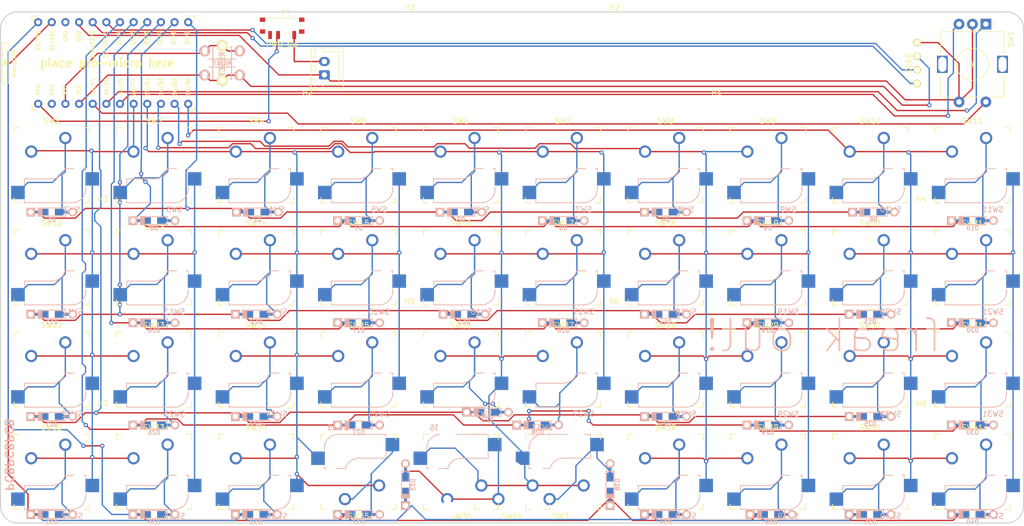
<source format=kicad_pcb>
(kicad_pcb (version 20211014) (generator pcbnew)
  (layers (0 "F.Cu" signal) (31 "B.Cu" signal) (34 "B.Paste" user) (35 "F.Paste" user) (36 "B.SilkS" user "B.Silkscreen") (37 "F.SilkS" user "F.Silkscreen") (38 "B.Mask" user) (39 "F.Mask" user) (44 "Edge.Cuts" user))
  (net 0 "")
  (net 1 "row1")
  (net 2 "Net-(D1-Pad2)")
  (net 3 "Net-(D2-Pad2)")
  (net 4 "Net-(D3-Pad2)")
  (net 5 "Net-(D4-Pad2)")
  (net 6 "Net-(D5-Pad2)")
  (net 7 "row2")
  (net 8 "Net-(D6-Pad2)")
  (net 9 "Net-(D7-Pad2)")
  (net 10 "Net-(D8-Pad2)")
  (net 11 "Net-(D9-Pad2)")
  (net 12 "Net-(D10-Pad2)")
  (net 13 "row3")
  (net 14 "Net-(D11-Pad2)")
  (net 15 "Net-(D12-Pad2)")
  (net 16 "Net-(D13-Pad2)")
  (net 17 "Net-(D14-Pad2)")
  (net 18 "Net-(D15-Pad2)")
  (net 19 "row4")
  (net 20 "Net-(D16-Pad2)")
  (net 21 "Net-(D17-Pad2)")
  (net 22 "Net-(D18-Pad2)")
  (net 23 "Net-(D19-Pad2)")
  (net 24 "Net-(D20-Pad2)")
  (net 25 "row5")
  (net 26 "Net-(D21-Pad2)")
  (net 27 "Net-(D22-Pad2)")
  (net 28 "Net-(D23-Pad2)")
  (net 29 "Net-(D24-Pad2)")
  (net 30 "Net-(D25-Pad2)")
  (net 31 "row6")
  (net 32 "Net-(D26-Pad2)")
  (net 33 "Net-(D27-Pad2)")
  (net 34 "Net-(D28-Pad2)")
  (net 35 "Net-(D29-Pad2)")
  (net 36 "Net-(D30-Pad2)")
  (net 37 "row7")
  (net 38 "Net-(D31-Pad2)")
  (net 39 "Net-(D32-Pad2)")
  (net 40 "Net-(D33-Pad2)")
  (net 41 "Net-(D34-Pad2)")
  (net 42 "Net-(D35-Pad2)")
  (net 43 "row8")
  (net 44 "Net-(D36-Pad2)")
  (net 45 "Net-(D37-Pad2)")
  (net 46 "Net-(D38-Pad2)")
  (net 47 "Net-(D39-Pad2)")
  (net 48 "Net-(D40-Pad2)")
  (net 49 "sda")
  (net 50 "scl")
  (net 51 "vcc")
  (net 52 "gnd")
  (net 53 "padA")
  (net 54 "padB")
  (net 55 "encoder_switch")
  (net 56 "col1")
  (net 57 "col2")
  (net 58 "col3")
  (net 59 "col4")
  (net 60 "col5")
  (net 61 "rst")
  (net 62 "raw")
  (net 63 "battery")
  (footprint "MountingHole:MountingHole_2.2mm_M2" (layer "F.Cu") (at 227.0125 123.825)
    (fp_text reference "H8")
    (fp_text value "MountingHole")
  )
  (footprint "keyswitches:Kailh_socket_MX_optional" (layer "F.Cu") (at 84.1375 95.25)
    (fp_text reference "SW13")
    (fp_text value "SW_SPST")
  )
  (footprint "MountingHole:MountingHole_2.2mm_M2" (layer "F.Cu") (at 169.8625 50.00625)
    (fp_text reference "H2")
    (fp_text value "MountingHole")
  )
  (footprint "keyswitches:Kailh_socket_MX_optional" (layer "F.Cu") (at 141.2875 95.25)
    (fp_text reference "SW16")
    (fp_text value "SW_SPST")
  )
  (footprint "clipboard:a534e012-eb56-4867-9d9e-b51b9e9253d1" (layer "F.Cu") (at 119.7625 53.9125 90)
    (fp_text reference "")
    (fp_text value "")
  )
  (footprint "keyswitches:Kailh_socket_MX_optional" (layer "F.Cu") (at 198.4375 76.2)
    (fp_text reference "SW9")
    (fp_text value "SW_SPST")
  )
  (footprint "keyswitches:Kailh_socket_MX_optional" (layer "F.Cu") (at 217.4875 133.35)
    (fp_text reference "SW40")
    (fp_text value "SW_SPST")
  )
  (footprint "keyswitches:Kailh_socket_MX_optional" (layer "F.Cu") (at 236.5375 133.35)
    (fp_text reference "SW41")
    (fp_text value "SW_SPST")
  )
  (footprint "MountingHole:MountingHole_2.2mm_M2" (layer "F.Cu") (at 169.8625 104.775)
    (fp_text reference "H6")
    (fp_text value "MountingHole")
  )
  (footprint "MountingHole:MountingHole_2.2mm_M2" (layer "F.Cu") (at 188.9125 65.88125)
    (fp_text reference "H1")
    (fp_text value "MountingHole")
  )
  (footprint "MountingHole:MountingHole_2.2mm_M2" (layer "F.Cu") (at 74.6125 85.725)
    (fp_text reference "H3")
    (fp_text value "MountingHole")
  )
  (footprint "keyswitches:Kailh_socket_MX_optional" (layer "F.Cu") (at 236.5375 95.25)
    (fp_text reference "SW21")
    (fp_text value "SW_SPST")
  )
  (footprint "keyswitches:Kailh_socket_MX_optional" (layer "F.Cu") (at 103.1875 95.25)
    (fp_text reference "SW14")
    (fp_text value "SW_SPST")
  )
  (footprint "keyswitches:Kailh_socket_MX_optional" (layer "F.Cu") (at 160.3375 133.35 180)
    (fp_text reference "SW37")
    (fp_text value "SW_SPST")
  )
  (footprint "keyswitches:Kailh_socket_MX_optional" (layer "F.Cu") (at 179.3875 114.3)
    (fp_text reference "SW28")
    (fp_text value "SW_SPST")
  )
  (footprint "keyswitches:Kailh_socket_MX_optional" (layer "F.Cu") (at 84.1375 114.3)
    (fp_text reference "SW23")
    (fp_text value "SW_SPST")
  )
  (footprint "keyswitches:Kailh_socket_MX_optional" (layer "F.Cu") (at 141.2875 76.2)
    (fp_text reference "SW6")
    (fp_text value "SW_SPST")
  )
  (footprint "kbd:OLED_v2" (layer "F.Cu") (at 226.21875 57.15 90)
    (fp_text reference "OL1")
    (fp_text value "OLED" hide)
  )
  (footprint "MountingHole:MountingHole_2.2mm_M2" (layer "F.Cu") (at 227.0125 85.725)
    (fp_text reference "H4")
    (fp_text value "MountingHole")
  )
  (footprint "keyswitches:Kailh_socket_MX_optional" (layer "F.Cu") (at 217.4875 114.3)
    (fp_text reference "SW30")
    (fp_text value "SW_SPST")
  )
  (footprint "keyswitches:Kailh_socket_MX_optional" (layer "F.Cu") (at 65.0875 114.3)
    (fp_text reference "SW22")
    (fp_text value "SW_SPST")
  )
  (footprint "keyswitches:Kailh_socket_MX_optional" (layer "F.Cu") (at 236.5375 76.2)
    (fp_text reference "SW11")
    (fp_text value "SW_SPST")
  )
  (footprint "keyswitches:Kailh_socket_MX_optional" (layer "F.Cu") (at 65.0875 133.35)
    (fp_text reference "SW32")
    (fp_text value "SW_SPST")
  )
  (footprint "keyswitches:Kailh_socket_MX_optional" (layer "F.Cu") (at 160.3375 76.2)
    (fp_text reference "SW7")
    (fp_text value "SW_SPST")
  )
  (footprint "keyswitches:Kailh_socket_MX_optional" (layer "F.Cu") (at 179.3875 133.35)
    (fp_text reference "SW38")
    (fp_text value "SW_SPST")
  )
  (footprint "keyswitches:Kailh_socket_MX_optional" (layer "F.Cu") (at 141.2875 133.35 180)
    (fp_text reference "SW36")
    (fp_text value "SW_SPST")
  )
  (footprint "MountingHole:MountingHole_2.2mm_M2" (layer "F.Cu") (at 74.6125 123.825)
    (fp_text reference "H7")
    (fp_text value "MountingHole")
  )
  (footprint "keyswitches:Kailh_socket_MX_optional" (layer "F.Cu") (at 122.2375 133.35 180)
    (fp_text reference "SW35")
    (fp_text value "SW_SPST")
  )
  (footprint "keyswitches:Kailh_socket_MX_optional" (layer "F.Cu") (at 141.2875 114.3)
    (fp_text reference "SW26")
    (fp_text value "SW_SPST")
  )
  (footprint "keyswitches:Kailh_socket_MX_optional" (layer "F.Cu") (at 122.2375 114.3)
    (fp_text reference "SW25")
    (fp_text value "SW_SPST")
  )
  (footprint "MountingHole:MountingHole_2.2mm_M2" (layer "F.Cu") (at 131.7625 104.775)
    (fp_text reference "H5")
    (fp_text value "MountingHole")
  )
  (footprint "keyswitches:Kailh_socket_MX_optional" (layer "F.Cu") (at 179.3875 95.25)
    (fp_text reference "SW18")
    (fp_text value "SW_SPST")
  )
  (footprint "kbd:ResetSW" (layer "F.Cu") (at 96.8375 57.15 -90)
    (fp_text reference "SW43" hide)
    (fp_text value "SW_SPST")
  )
  (footprint "keyswitches:Kailh_socket_MX_optional" (layer "F.Cu") (at 217.4875 95.25)
    (fp_text reference "SW20")
    (fp_text value "SW_SPST")
  )
  (footprint "keyswitches:Kailh_socket_MX_optional" (layer "F.Cu") (at 198.4375 95.25)
    (fp_text reference "SW19")
    (fp_text value "SW_SPST")
  )
  (footprint "keyswitches:Stabilizer_MX_2u" (layer "F.Cu") (at 150.8125 133.35 180)
    (fp_text reference "REF**" hide)
    (fp_text value "Stabilizer_MX_2u" hide)
  )
  (footprint "keyswitches:Kailh_socket_MX_optional" (layer "F.Cu") (at 160.3375 95.25)
    (fp_text reference "SW17")
    (fp_text value "SW_SPST")
  )
  (footprint "keyswitches:Kailh_socket_MX_optional" (layer "F.Cu") (at 65.0875 95.25)
    (fp_text reference "SW12")
    (fp_text value "SW_SPST")
  )
  (footprint "keyswitches:Kailh_socket_MX_optional" (layer "F.Cu") (at 84.1375 76.2)
    (fp_text reference "SW3")
    (fp_text value "SW_SPST")
  )
  (footprint "Button_Switch_SMD:SW_SPDT_PCM12" (layer "F.Cu") (at 108 50.5 180)
    (fp_text reference "PWR_SW")
    (fp_text value "SW_SPDT_PCM12")
  )
  (footprint "keyswitches:Kailh_socket_MX_optional" (layer "F.Cu") (at 65.0875 76.2)
    (fp_text reference "SW2")
    (fp_text value "SW_SPST")
  )
  (footprint "keyswitches:Kailh_socket_MX_optional" (layer "F.Cu") (at 122.2375 76.2)
    (fp_text reference "SW5")
    (fp_text value "SW_SPST")
  )
  (footprint "keyswitches:SW_MX" (layer "F.Cu") (at 150.8125 133.35 180)
    (fp_text reference "SW44")
    (fp_text value "SW_SPST")
  )
  (footprint "keyswitches:Kailh_socket_MX_optional" (layer "F.Cu") (at 84.1375 133.35)
    (fp_text reference "SW33")
    (fp_text value "SW_SPST")
  )
  (footprint "MountingHole:MountingHole_2.2mm_M2" (layer "F.Cu") (at 131.7625 50.00625)
    (fp_text reference "H2")
    (fp_text value "MountingHole")
  )
  (footprint "keyswitches:Kailh_socket_MX_optional" (layer "F.Cu") (at 103.1875 76.2)
    (fp_text reference "SW4")
    (fp_text value "SW_SPST")
  )
  (footprint "keyswitches:Kailh_socket_MX_optional" (layer "F.Cu") (at 103.1875 114.3)
    (fp_text reference "SW24")
    (fp_text value "SW_SPST")
  )
  (footprint "Rotary_Encoder:RotaryEncoder_Alps_EC11E-Switch_Vertical_H20mm" (layer "F.Cu") (at 239.0375 49.9 -90)
    (fp_text reference "SW1")
    (fp_text value "RotaryEncoder_Switch")
  )
  (footprint "keyswitches:Kailh_socket_MX_optional" (layer "F.Cu") (at 217.4875 76.2)
    (fp_text reference "SW10")
    (fp_text value "SW_SPST")
  )
  (footprint "keyswitches:Kailh_socket_MX_optional" (layer "F.Cu") (at 179.3875 76.2)
    (fp_text reference "SW8")
    (fp_text value "SW_SPST")
  )
  (footprint "kbd:ProMicro_v3" (layer "F.Cu") (at 77.04375 57.15 90)
    (fp_text reference "U1" hide)
    (fp_text value "ProMicro" hide)
  )
  (footprint "keyswitches:Kailh_socket_MX_optional" (layer "F.Cu") (at 198.4375 114.3)
    (fp_text reference "SW29")
    (fp_text value "SW_SPST")
  )
  (footprint "keyswitches:Kailh_socket_MX_optional" (layer "F.Cu") (at 198.4375 133.35)
    (fp_text reference "SW39")
    (fp_text value "SW_SPST")
  )
  (footprint "keyswitches:Kailh_socket_MX_optional" (layer "F.Cu") (at 236.5375 114.3)
    (fp_text reference "SW31")
    (fp_text value "SW_SPST")
  )
  (footprint "keyswitches:Kailh_socket_MX_optional" (layer "F.Cu") (at 160.3375 114.3)
    (fp_text reference "SW27")
    (fp_text value "SW_SPST")
  )
  (footprint "keyswitches:Kailh_socket_MX_optional" (layer "F.Cu") (at 103.1875 133.35)
    (fp_text reference "SW34")
    (fp_text value "SW_SPST")
  )
  (footprint "keyswitches:Kailh_socket_MX_optional" (layer "F.Cu") (at 122.2375 95.25)
    (fp_text reference "SW15")
    (fp_text value "SW_SPST")
  )
  (footprint "MountingHole:MountingHole_2.2mm_M2" (layer "F.Cu") (at 112.7125 65.88125)
    (fp_text reference "H2")
    (fp_text value "MountingHole")
  )
  (footprint "Keebio-Parts:Diode-dual" (layer "B.Cu") (at 103.1875 123.03125 180)
    (fp_text reference "D22")
    (fp_text value "1N4148" hide)
  )
  (footprint "Keebio-Parts:Diode-dual" (layer "B.Cu") (at 217.4875 103.98125 180)
    (fp_text reference "D15")
    (fp_text value "1N4148" hide)
  )
  (footprint "Keebio-Parts:Diode-dual" (layer "B.Cu") (at 65.0875 84.93125 180)
    (fp_text reference "D1")
    (fp_text value "1N4148" hide)
  )
  (footprint "Keebio-Parts:Diode-dual" (layer "B.Cu") (at 198.4375 105.56875 180)
    (fp_text reference "D19")
    (fp_text value "1N4148" hide)
  )
  (footprint "Keebio-Parts:Diode-dual" (layer "B.Cu") (at 122.2375 86.51875 180)
    (fp_text reference "D7")
    (fp_text value "1N4148" hide)
  )
  (footprint "Keebio-Parts:Diode-dual" (layer "B.Cu") (at 198.4375 124.61875 180)
    (fp_text reference "D29")
    (fp_text value "1N4148" hide)
  )
  (footprint "Keebio-Parts:Diode-dual" (layer "B.Cu") (at 84.1375 124.61875 180)
    (fp_text reference "D26")
    (fp_text value "1N4148" hide)
  )
  (footprint "Keebio-Parts:Diode-dual" (layer "B.Cu") (at 160.3375 86.51875 180)
    (fp_text reference "D8")
    (fp_text value "1N4148" hide)
  )
  (footprint "Keebio-Parts:Diode-dual" (layer "B.Cu") (at 179.3875 141.2875 180)
    (fp_text reference "D34")
    (fp_text value "1N4148" hide)
  )
  (footprint "Keebio-Parts:Diode-dual" (layer "B.Cu") (at 179.3875 103.98125 180)
    (fp_text reference "D14")
    (fp_text value "1N4148" hide)
  )
  (footprint "Keebio-Parts:Diode-dual" (layer "B.Cu") (at 65.0875 103.98125 180)
    (fp_text reference "D11")
    (fp_text value "1N4148" hide)
  )
  (footprint "Keebio-Parts:Diode-dual" (layer "B.Cu") (at 122.2375 141.2875 180)
    (fp_text reference "D37")
    (fp_text value "1N4148" hide)
  )
  (footprint "Keebio-Parts:Diode-dual" (layer "B.Cu") (at 217.4875 141.2875 180)
    (fp_text reference "D35")
    (fp_text value "1N4148" hide)
  )
  (footprint "Keebio-Parts:Diode-dual" (layer "B.Cu") (at 217.4875 123.03125 180)
    (fp_text reference "D25")
    (fp_text value "1N4148" hide)
  )
  (footprint "Keebio-Parts:Diode-dual" (layer "B.Cu") (at 218.09375 84.93125 180)
    (fp_text reference "D5")
    (fp_text value "1N4148" hide)
  )
  (footprint "Keebio-Parts:Diode-dual" (layer "B.Cu") (at 199.04375 141.2875 180)
    (fp_text reference "D39")
    (fp_text value "1N4148" hide)
  )
  (footprint "Keebio-Parts:Diode-dual" (layer "B.Cu") (at 65.0875 141.2875 180)
    (fp_text reference "D31")
    (fp_text value "1N4148" hide)
  )
  (footprint "Keebio-Parts:Diode-dual" (layer "B.Cu") (at 236.5375 86.51875 180)
    (fp_text reference "D10")
    (fp_text value "1N4148" hide)
  )
  (footprint "Keebio-Parts:Diode-dual" (layer "B.Cu") (at 179.3875 123.03125 180)
    (fp_text reference "D24")
    (fp_text value "1N4148" hide)
  )
  (footprint "Keebio-Parts:Diode-dual" (layer "B.Cu") (at 146.2375 122.2375 180)
    (fp_text reference "D23")
    (fp_text value "1N4148" hide)
  )
  (footprint "Keebio-Parts:Diode-dual" (layer "B.Cu") (at 141.89375 103.98125 180)
    (fp_text reference "D13")
    (fp_text value "1N4148" hide)
  )
  (footprint "Keebio-Parts:Diode-dual" (layer "B.Cu") (at 84.1375 105.56875 180)
    (fp_text reference "D16")
    (fp_text value "1N4148" hide)
  )
  (footprint "Keebio-Parts:Diode-dual" (layer "B.Cu") (at 122.2375 124.61875 180)
    (fp_text reference "D27")
    (fp_text value "1N4148" hide)
  )
  (footprint "Keebio-Parts:Diode-dual" (layer "B.Cu") (at 236.5375 141.2875 180)
    (fp_text reference "D40")
    (fp_text value "1N4148" hide)
  )
  (footprint "Keebio-Parts:Diode-dual" (layer "B.Cu") (at 236.5375 105.56875 180)
    (fp_text reference "D20")
    (fp_text value "1N4148" hide)
  )
  (footprint "kbd:ResetSW_4" (layer "B.Cu") (at 96.8375 57.15)
    (fp_text reference "SW42" hide)
    (fp_text value "SW_SPST")
  )
  (footprint "Keebio-Parts:Diode-dual" (layer "B.Cu") (at 179.3875 84.93125 180)
    (fp_text reference "D4")
    (fp_text value "1N4148" hide)
  )
  (footprint "Keebio-Parts:Diode-dual" (layer "B.Cu") (at 130.96875 135.73125 -90)
    (fp_text reference "D33")
    (fp_text value "1N4148" hide)
  )
  (footprint "Keebio-Parts:Diode-dual" (layer "B.Cu") (at 155.575 124.61875 180)
    (fp_text reference "D28")
    (fp_text value "1N4148" hide)
  )
  (footprint "Keebio-Parts:Diode-dual" (layer "B.Cu") (at 103.1875 141.2875 180)
    (fp_text reference "D32")
    (fp_text value "1N4148" hide)
  )
  (footprint "Keebio-Parts:Diode-dual" (layer "B.Cu") (at 236.5375 124.61875 180)
    (fp_text reference "D30")
    (fp_text value "1N4148" hide)
  )
  (footprint "Keebio-Parts:Diode-dual" (layer "B.Cu") (at 103.375 84.93125 180)
    (fp_text reference "D2")
    (fp_text value "1N4148" hide)
  )
  (footprint "Keebio-Parts:Diode-dual" (layer "B.Cu") (at 122.2375 105.56875 180)
    (fp_text reference "D17")
    (fp_text value "1N4148" hide)
  )
  (footprint "Keebio-Parts:Diode-dual" (layer "B.Cu") (at 84.1375 86.51875 180)
    (fp_text reference "D6")
    (fp_text value "1N4148" hide)
  )
  (footprint "Keebio-Parts:Diode-dual" (layer "B.Cu") (at 198.4375 86.51875 180)
    (fp_text reference "D9")
    (fp_text value "1N4148" hide)
  )
  (footprint "Keebio-Parts:Diode-dual" (layer "B.Cu") (at 84.1375 141.2875 180)
    (fp_text reference "D36")
    (fp_text value "1N4148" hide)
  )
  (footprint "Keebio-Parts:Diode-dual" (layer "B.Cu") (at 169.06875 135.73125 -90)
    (fp_text reference "D38")
    (fp_text value "1N4148" hide)
  )
  (footprint "Keebio-Parts:Diode-dual" (layer "B.Cu") (at 65.0875 123.03125 180)
    (fp_text reference "D21")
    (fp_text value "1N4148" hide)
  )
  (footprint "Keebio-Parts:Diode-dual" (layer "B.Cu") (at 141.2875 84.93125 180)
    (fp_text reference "D3")
    (fp_text value "1N4148" hide)
  )
  (footprint "Keebio-Parts:Diode-dual" (layer "B.Cu") (at 103.1875 103.98125 180)
    (fp_text reference "D12")
    (fp_text value "1N4148" hide)
  )
  (footprint "Keebio-Parts:Diode-dual" (layer "B.Cu") (at 160.3375 105.56875 180)
    (fp_text reference "D18")
    (fp_text value "1N4148" hide)
  )
  (gr_arc (start 58.7375 142.875) (mid 56.492436 141.945064) (end 55.5625 139.7) (layer "Edge.Cuts") (width 0.2))
  (gr_line (start 242.8875 47.625) (end 58.7375 47.625) (layer "Edge.Cuts") (width 0.2))
  (gr_arc (start 242.8875 47.625) (mid 245.132564 48.554936) (end 246.0625 50.8) (layer "Edge.Cuts") (width 0.2))
  (gr_arc (start 55.5625 50.8) (mid 56.492436 48.554936) (end 58.7375 47.625) (layer "Edge.Cuts") (width 0.2))
  (gr_arc (start 246.0625 139.7) (mid 245.132564 141.945064) (end 242.8875 142.875) (layer "Edge.Cuts") (width 0.2))
  (gr_line (start 246.0625 139.7) (end 246.0625 50.8) (layer "Edge.Cuts") (width 0.2))
  (gr_line (start 58.7375 142.875) (end 242.8875 142.875) (layer "Edge.Cuts") (width 0.2))
  (gr_line (start 55.5625 50.8) (end 55.5625 139.7) (layer "Edge.Cuts") (width 0.2))
  (gr_text "PCBPCBPCB" (at 57.15 130.175 270) (layer "B.SilkS") (effects (font (size 1.5 1.5) (thickness 0.3)) (justify mirror)))
  (gr_text "freak out!" (at 208.75625 107.95) (layer "B.SilkS") (effects (font (size 6 6) (thickness 0.3)) (justify mirror)))
  (gr_text "place pro-micro here" (at 75.40625 57.15) (layer "F.SilkS") (effects (font (size 1.5 1.5) (thickness 0.3))))
  (segment (start 178.012011 86.055761) (end 176.8875 84.93125) (width 0.25) (layer "F.Cu") (net 1))
  (segment (start 138.7875 84.93125) (end 108.8653 84.93125) (width 0.25) (layer "F.Cu") (net 1))
  (segment (start 90.374521 84.250479) (end 71.324521 84.250479) (width 0.25) (layer "F.Cu") (net 1))
  (segment (start 146.7778 84.93125) (end 145.1903 86.51875) (width 0.25) (layer "F.Cu") (net 1))
  (segment (start 108.8653 84.93125) (end 107.740789 86.055761) (width 0.25) (layer "F.Cu") (net 1))
  (segment (start 107.740789 86.055761) (end 101.999511 86.055761) (width 0.25) (layer "F.Cu") (net 1))
  (segment (start 193.875978 84.93125) (end 192.751467 86.055761) (width 0.25) (layer "F.Cu") (net 1))
  (segment (start 63.712011 86.055761) (end 62.5875 84.93125) (width 0.25) (layer "F.Cu") (net 1))
  (segment (start 140.375 86.51875) (end 138.7875 84.93125) (width 0.25) (layer "F.Cu") (net 1))
  (segment (start 71.324521 84.250479) (end 69.519239 86.055761) (width 0.25) (layer "F.Cu") (net 1))
  (segment (start 69.519239 86.055761) (end 63.712011 86.055761) (width 0.25) (layer "F.Cu") (net 1))
  (segment (start 215.59375 84.93125) (end 193.875978 84.93125) (width 0.25) (layer "F.Cu") (net 1))
  (segment (start 101.999511 86.055761) (end 100.875 84.93125) (width 0.25) (layer "F.Cu") (net 1))
  (segment (start 192.751467 86.055761) (end 178.012011 86.055761) (width 0.25) (layer "F.Cu") (net 1))
  (segment (start 100.194229 84.250479) (end 90.374521 84.250479) (width 0.25) (layer "F.Cu") (net 1))
  (segment (start 176.8875 84.93125) (end 146.7778 84.93125) (width 0.25) (layer "F.Cu") (net 1))
  (segment (start 145.1903 86.51875) (end 140.375 86.51875) (width 0.25) (layer "F.Cu") (net 1))
  (segment (start 100.875 84.93125) (end 100.194229 84.250479) (width 0.25) (layer "F.Cu") (net 1))
  (via (at 90.374521 84.250479) (size 0.8) (drill 0.4) (layers "F.Cu" "B.Cu") (net 1))
  (segment (start 92.075 75.188478) (end 90.097989 77.165489) (width 0.25) (layer "B.Cu") (net 1))
  (segment (start 90.097989 83.973947) (end 90.374521 84.250479) (width 0.25) (layer "B.Cu") (net 1))
  (segment (start 92.075 51.10785) (end 92.075 75.188478) (width 0.25) (layer "B.Cu") (net 1))
  (segment (start 90.097989 77.165489) (end 90.097989 83.973947) (width 0.25) (layer "B.Cu") (net 1))
  (segment (start 90.50575 49.5386) (end 92.075 51.10785) (width 0.25) (layer "B.Cu") (net 1))
  (segment (start 65.231475 79.405479) (end 60.672021 79.405479) (width 0.25) (layer "B.Cu") (net 2))
  (segment (start 67.6275 71.12) (end 67.6275 77.009454) (width 0.25) (layer "B.Cu") (net 2))
  (segment (start 67.6275 77.359026) (end 67.022979 77.963547) (width 0.25) (layer "B.Cu") (net 2))
  (segment (start 67.022979 77.963547) (end 67.022979 84.366729) (width 0.25) (layer "B.Cu") (net 2))
  (segment (start 67.022979 84.366729) (end 67.5875 84.93125) (width 0.25) (layer "B.Cu") (net 2))
  (segment (start 67.6275 71.12) (end 67.6275 77.359026) (width 0.25) (layer "B.Cu") (net 2))
  (segment (start 60.672021 79.405479) (end 58.7975 81.28) (width 0.25) (layer "B.Cu") (net 2))
  (segment (start 67.6275 77.009454) (end 65.231475 79.405479) (width 0.25) (layer "B.Cu") (net 2))
  (segment (start 104.775 78.311526) (end 104.775 83.83125) (width 0.25) (layer "B.Cu") (net 3))
  (segment (start 103.331475 79.405479) (end 98.772021 79.405479) (width 0.25) (layer "B.Cu") (net 3))
  (segment (start 105.7275 71.12) (end 105.7275 77.009454) (width 0.25) (layer "B.Cu") (net 3))
  (segment (start 105.7275 71.12) (end 105.7275 77.359026) (width 0.25) (layer "B.Cu") (net 3))
  (segment (start 105.7275 77.009454) (end 103.331475 79.405479) (width 0.25) (layer "B.Cu") (net 3))
  (segment (start 98.772021 79.405479) (end 96.8975 81.28) (width 0.25) (layer "B.Cu") (net 3))
  (segment (start 104.775 83.83125) (end 105.875 84.93125) (width 0.25) (layer "B.Cu") (net 3))
  (segment (start 105.7275 77.359026) (end 104.775 78.311526) (width 0.25) (layer "B.Cu") (net 3))
  (segment (start 143.8275 71.12) (end 143.8275 77.359026) (width 0.25) (layer "B.Cu") (net 4))
  (segment (start 143.222979 84.366729) (end 143.7875 84.93125) (width 0.25) (layer "B.Cu") (net 4))
  (segment (start 143.8275 77.359026) (end 143.222979 77.963547) (width 0.25) (layer "B.Cu") (net 4))
  (segment (start 141.431475 79.405479) (end 136.872021 79.405479) (width 0.25) (layer "B.Cu") (net 4))
  (segment (start 143.222979 77.963547) (end 143.222979 84.366729) (width 0.25) (layer "B.Cu") (net 4))
  (segment (start 143.8275 77.009454) (end 141.431475 79.405479) (width 0.25) (layer "B.Cu") (net 4))
  (segment (start 136.872021 79.405479) (end 134.9975 81.28) (width 0.25) (layer "B.Cu") (net 4))
  (segment (start 143.8275 71.12) (end 143.8275 77.009454) (width 0.25) (layer "B.Cu") (net 4))
  (segment (start 180.7875 78.499026) (end 180.7875 83.83125) (width 0.25) (layer "B.Cu") (net 5))
  (segment (start 180.7875 83.83125) (end 181.8875 84.93125) (width 0.25) (layer "B.Cu") (net 5))
  (segment (start 181.9275 71.12) (end 181.9275 77.359026) (width 0.25) (layer "B.Cu") (net 5))
  (segment (start 181.9275 77.359026) (end 180.7875 78.499026) (width 0.25) (layer "B.Cu") (net 5))
  (segment (start 181.9275 77.359026) (end 179.881047 79.405479) (width 0.25) (layer "B.Cu") (net 5))
  (segment (start 179.881047 79.405479) (end 174.972021 79.405479) (width 0.25) (layer "B.Cu") (net 5))
  (segment (start 174.972021 79.405479) (end 173.0975 81.28) (width 0.25) (layer "B.Cu") (net 5))
  (segment (start 220.0275 77.359026) (end 217.981047 79.405479) (width 0.25) (layer "B.Cu") (net 6))
  (segment (start 213.072021 79.405479) (end 211.1975 81.28) (width 0.25) (layer "B.Cu") (net 6))
  (segment (start 219.075 83.4125) (end 220.59375 84.93125) (width 0.25) (layer "B.Cu") (net 6))
  (segment (start 220.0275 71.12) (end 220.0275 77.359026) (width 0.25) (layer "B.Cu") (net 6))
  (segment (start 220.0275 77.359026) (end 219.075 78.311526) (width 0.25) (layer "B.Cu") (net 6))
  (segment (start 219.075 78.311526) (end 219.075 83.4125) (width 0.25) (layer "B.Cu") (net 6))
  (segment (start 217.981047 79.405479) (end 213.072021 79.405479) (width 0.25) (layer "B.Cu") (net 6))
  (segment (start 120.862011 87.643261) (end 119.7375 86.51875) (width 0.25) (layer "F.Cu") (net 7))
  (segment (start 232.912989 87.643261) (end 197.062011 87.643261) (width 0.25) (layer "F.Cu") (net 7))
  (segment (start 119.7375 86.51875) (end 118.612989 87.643261) (width 0.25) (layer "F.Cu") (net 7))
  (segment (start 156.712989 87.643261) (end 120.862011 87.643261) (width 0.25) (layer "F.Cu") (net 7))
  (segment (start 157.8375 86.51875) (end 156.712989 87.643261) (width 0.25) (layer "F.Cu") (net 7))
  (segment (start 118.612989 87.643261) (end 82.762011 87.643261) (width 0.25) (layer "F.Cu") (net 7))
  (segment (start 158.962011 87.643261) (end 157.8375 86.51875) (width 0.25) (layer "F.Cu") (net 7))
  (segment (start 82.762011 87.643261) (end 81.6375 86.51875) (width 0.25) (layer "F.Cu") (net 7))
  (segment (start 234.0375 86.51875) (end 232.912989 87.643261) (width 0.25) (layer "F.Cu") (net 7))
  (segment (start 81.75625 78.499171) (end 82.55 79.292921) (width 0.25) (layer "F.Cu") (net 7))
  (segment (start 156.70625 86.51875) (end 159.20625 86.51875) (width 0.25) (layer "F.Cu") (net 7))
  (segment (start 81.75625 77.7875) (end 81.75625 78.499171) (width 0.25) (layer "F.Cu") (net 7))
  (segment (start 197.062011 87.643261) (end 195.9375 86.51875) (width 0.25) (layer "F.Cu") (net 7))
  (segment (start 194.812989 87.643261) (end 158.962011 87.643261) (width 0.25) (layer "F.Cu") (net 7))
  (segment (start 195.9375 86.51875) (end 194.812989 87.643261) (width 0.25) (layer "F.Cu") (net 7))
  (via (at 81.75625 77.7875) (size 0.8) (drill 0.4) (layers "F.Cu" "B.Cu") (net 7))
  (via (at 82.55 79.292921) (size 0.8) (drill 0.4) (layers "F.Cu" "B.Cu") (net 7))
  (segment (start 83.472021 80.214942) (end 83.472021 83.284229) (width 0.25) (layer "B.Cu") (net 7))
  (segment (start 81.799239 75.188807) (end 81.75625 75.231796) (width 0.25) (layer "B.Cu") (net 7))
  (segment (start 81.799239 55.705111) (end 81.799239 75.188807) (width 0.25) (layer "B.Cu") (net 7))
  (segment (start 81.75625 75.231796) (end 81.75625 77.7875) (width 0.25) (layer "B.Cu") (net 7))
  (segment (start 87.96575 49.5386) (end 81.799239 55.705111) (width 0.25) (layer "B.Cu") (net 7))
  (segment (start 82.55 79.292921) (end 83.472021 80.214942) (width 0.25) (layer "B.Cu") (net 7))
  (segment (start 83.472021 83.284229) (end 80.2375 86.51875) (width 0.25) (layer "B.Cu") (net 7))
  (segment (start 85.118533 78.568421) (end 86.6775 77.009454) (width 0.25) (layer "B.Cu") (net 8))
  (segment (start 85.725 85.60625) (end 86.6375 86.51875) (width 0.25) (layer "B.Cu") (net 8))
  (segment (start 77.8475 81.28) (end 80.559079 78.568421) (width 0.25) (layer "B.Cu") (net 8))
  (segment (start 86.6775 71.12) (end 86.6775 77.359026) (width 0.25) (layer "B.Cu") (net 8))
  (segment (start 85.725 78.311526) (end 85.725 85.60625) (width 0.25) (layer "B.Cu") (net 8))
  (segment (start 86.6775 77.359026) (end 85.725 78.311526) (width 0.25) (layer "B.Cu") (net 8))
  (segment (start 80.559079 78.568421) (end 85.118533 78.568421) (width 0.25) (layer "B.Cu") (net 8))
  (segment (start 86.6775 77.009454) (end 86.6775 71.12) (width 0.25) (layer "B.Cu") (net 8))
  (segment (start 124.7775 77.359026) (end 123.6375 78.499026) (width 0.25) (layer "B.Cu") (net 9))
  (segment (start 124.7775 77.359026) (end 122.731047 79.405479) (width 0.25) (layer "B.Cu") (net 9))
  (segment (start 123.6375 78.499026) (end 123.6375 85.41875) (width 0.25) (layer "B.Cu") (net 9))
  (segment (start 123.6375 85.41875) (end 124.7375 86.51875) (width 0.25) (layer "B.Cu") (net 9))
  (segment (start 122.731047 79.405479) (end 117.822021 79.405479) (width 0.25) (layer "B.Cu") (net 9))
  (segment (start 124.7775 71.12) (end 124.7775 77.359026) (width 0.25) (layer "B.Cu") (net 9))
  (segment (start 117.822021 79.405479) (end 115.9475 81.28) (width 0.25) (layer "B.Cu") (net 9))
  (segment (start 162.272979 85.954229) (end 162.8375 86.51875) (width 0.25) (layer "B.Cu") (net 10))
  (segment (start 162.8775 71.12) (end 162.8775 77.359026) (width 0.25) (layer "B.Cu") (net 10))
  (segment (start 160.831047 79.405479) (end 155.922021 79.405479) (width 0.25) (layer "B.Cu") (net 10))
  (segment (start 162.272979 77.963547) (end 162.272979 85.954229) (width 0.25) (layer "B.Cu") (net 10))
  (segment (start 162.8775 77.359026) (end 162.272979 77.963547) (width 0.25) (layer "B.Cu") (net 10))
  (segment (start 155.922021 79.405479) (end 154.0475 81.28) (width 0.25) (layer "B.Cu") (net 10))
  (segment (start 162.8775 77.359026) (end 160.831047 79.405479) (width 0.25) (layer "B.Cu") (net 10))
  (segment (start 194.022021 79.405479) (end 192.1475 81.28) (width 0.25) (layer "B.Cu") (net 11))
  (segment (start 200.372979 77.963547) (end 200.372979 85.954229) (width 0.25) (layer "B.Cu") (net 11))
  (segment (start 198.931047 79.405479) (end 194.022021 79.405479) (width 0.25) (layer "B.Cu") (net 11))
  (segment (start 200.9775 71.12) (end 200.9775 77.359026) (width 0.25) (layer "B.Cu") (net 11))
  (segment (start 200.9775 77.359026) (end 200.372979 77.963547) (width 0.25) (layer "B.Cu") (net 11))
  (segment (start 200.9775 77.359026) (end 198.931047 79.405479) (width 0.25) (layer "B.Cu") (net 11))
  (segment (start 200.372979 85.954229) (end 200.9375 86.51875) (width 0.25) (layer "B.Cu") (net 11))
  (segment (start 237.031047 79.405479) (end 232.122021 79.405479) (width 0.25) (layer "B.Cu") (net 12))
  (segment (start 239.0775 77.359026) (end 238.472979 77.963547) (width 0.25) (layer "B.Cu") (net 12))
  (segment (start 232.122021 79.405479) (end 230.2475 81.28) (width 0.25) (layer "B.Cu") (net 12))
  (segment (start 239.0775 77.359026) (end 237.031047 79.405479) (width 0.25) (layer "B.Cu") (net 12))
  (segment (start 238.472979 77.963547) (end 238.472979 85.954229) (width 0.25) (layer "B.Cu") (net 12))
  (segment (start 238.472979 85.954229) (end 239.0375 86.51875) (width 0.25) (layer "B.Cu") (net 12))
  (segment (start 239.0775 71.12) (end 239.0775 77.359026) (width 0.25) (layer "B.Cu") (net 12))
  (segment (start 77.7875 103.98125) (end 70.5778 103.98125) (width 0.25) (layer "F.Cu") (net 13))
  (segment (start 148.064821 103.300479) (end 146.259539 105.105761) (width 0.25) (layer "F.Cu") (net 13))
  (segment (start 214.9875 103.98125) (end 184.8778 103.98125) (width 0.25) (layer "F.Cu") (net 13))
  (segment (start 107.553289 105.105761) (end 101.812011 105.105761) (width 0.25) (layer "F.Cu") (net 13))
  (segment (start 100.6875 103.98125) (end 77.7875 103.98125) (width 0.25) (layer "F.Cu") (net 13))
  (segment (start 101.812011 105.105761) (end 100.6875 103.98125) (width 0.25) (layer "F.Cu") (net 13))
  (segment (start 184.8778 103.98125) (end 183.2903 105.56875) (width 0.25) (layer "F.Cu") (net 13))
  (segment (start 139.39375 103.98125) (end 138.712979 103.300479) (width 0.25) (layer "F.Cu") (net 13))
  (segment (start 178.475 105.56875) (end 176.8875 103.98125) (width 0.25) (layer "F.Cu") (net 13))
  (segment (start 138.712979 103.300479) (end 109.358571 103.300479) (width 0.25) (layer "F.Cu") (net 13))
  (segment (start 146.259539 105.105761) (end 140.518261 105.105761) (width 0.25) (layer "F.Cu") (net 13))
  (segment (start 77.7875 79.375) (end 77.7875 83.129502) (width 0.25) (layer "F.Cu") (net 13))
  (segment (start 69.453289 105.105761) (end 63.712011 105.105761) (width 0.25) (layer "F.Cu") (net 13))
  (segment (start 176.206729 103.300479) (end 148.064821 103.300479) (width 0.25) (layer "F.Cu") (net 13))
  (segment (start 77.7875 98.480498) (end 77.7875 102.179502) (width 0.25) (layer "F.Cu") (net 13))
  (segment (start 63.712011 105.105761) (end 62.5875 103.98125) (width 0.25) (layer "F.Cu") (net 13))
  (segment (start 109.358571 103.300479) (end 107.553289 105.105761) (width 0.25) (layer "F.Cu") (net 13))
  (segment (start 183.2903 105.56875) (end 178.475 105.56875) (width 0.25) (layer "F.Cu") (net 13))
  (segment (start 70.5778 103.98125) (end 69.453289 105.105761) (width 0.25) (layer "F.Cu") (net 13))
  (segment (start 176.8875 103.98125) (end 176.206729 103.300479) (width 0.25) (layer "F.Cu") (net 13))
  (segment (start 140.518261 105.105761) (end 139.39375 103.98125) (width 0.25) (layer "F.Cu") (net 13))
  (via (at 77.7875 83.129502) (size 0.8) (drill 0.4) (layers "F.Cu" "B.Cu") (net 13))
  (via (at 77.7875 103.98125) (size 0.8) (drill 0.4) (layers "F.Cu" "B.Cu") (net 13))
  (via (at 77.7875 79.375) (size 0.8) (drill 0.4) (layers "F.Cu" "B.Cu") (net 13))
  (via (at 77.7875 98.480498) (size 0.8) (drill 0.4) (layers "F.Cu" "B.Cu") (net 13))
  (via (at 77.7875 102.179502) (size 0.8) (drill 0.4) (layers "F.Cu" "B.Cu") (net 13))
  (segment (start 77.7875 102.179502) (end 77.7875 103.98125) (width 0.25) (layer "B.Cu") (net 13))
  (segment (start 79.259239 72.652886) (end 77.7875 74.124625) (width 0.25) (layer "B.Cu") (net 13))
  (segment (start 77.7875 74.124625) (end 77.7875 79.375) (width 0.25) (layer "B.Cu") (net 13))
  (segment (start 79.259239 55.705111) (end 79.259239 72.652886) (width 0.25) (layer "B.Cu") (net 13))
  (segment (start 85.42575 49.5386) (end 79.259239 55.705111) (width 0.25) (layer "B.Cu") (net 13))
  (segment (start 77.7875 83.129502) (end 77.7875 98.480498) (width 0.25) (layer "B.Cu") (net 13))
  (segment (start 67.022979 103.416729) (end 67.5875 103.98125) (width 0.25) (layer "B.Cu") (net 14))
  (segment (start 67.6275 96.409026) (end 65.581047 98.455479) (width 0.25) (layer "B.Cu") (net 14))
  (segment (start 60.672021 98.455479) (end 58.7975 100.33) (width 0.25) (layer "B.Cu") (net 14))
  (segment (start 67.022979 97.013547) (end 67.022979 103.416729) (width 0.25) (layer "B.Cu") (net 14))
  (segment (start 65.581047 98.455479) (end 60.672021 98.455479) (width 0.25) (layer "B.Cu") (net 14))
  (segment (start 67.6275 96.409026) (end 67.022979 97.013547) (width 0.25) (layer "B.Cu") (net 14))
  (segment (start 67.6275 90.17) (end 67.6275 96.409026) (width 0.25) (layer "B.Cu") (net 14))
  (segment (start 105.7275 96.409026) (end 105.122979 97.013547) (width 0.25) (layer "B.Cu") (net 15))
  (segment (start 105.7275 90.17) (end 105.7275 96.409026) (width 0.25) (layer "B.Cu") (net 15))
  (segment (start 105.7275 90.17) (end 105.7275 96.059454) (width 0.25) (layer "B.Cu") (net 15))
  (segment (start 105.122979 97.013547) (end 105.122979 102.016729) (width 0.25) (layer "B.Cu") (net 15))
  (segment (start 103.331475 98.455479) (end 98.772021 98.455479) (width 0.25) (layer "B.Cu") (net 15))
  (segment (start 105.7275 96.059454) (end 103.331475 98.455479) (width 0.25) (layer "B.Cu") (net 15))
  (segment (start 98.772021 98.455479) (end 96.8975 100.33) (width 0.25) (layer "B.Cu") (net 15))
  (segment (start 105.122979 102.016729) (end 107.0875 103.98125) (width 0.25) (layer "B.Cu") (net 15))
  (segment (start 143.222979 97.013547) (end 143.222979 102.810479) (width 0.25) (layer "B.Cu") (net 16))
  (segment (start 141.461954 98.425) (end 136.9025 98.425) (width 0.25) (layer "B.Cu") (net 16))
  (segment (start 143.8275 96.059454) (end 141.461954 98.425) (width 0.25) (layer "B.Cu") (net 16))
  (segment (start 143.8275 90.17) (end 143.8275 96.409026) (width 0.25) (layer "B.Cu") (net 16))
  (segment (start 143.222979 102.810479) (end 144.39375 103.98125) (width 0.25) (layer "B.Cu") (net 16))
  (segment (start 136.9025 98.425) (end 134.9975 100.33) (width 0.25) (layer "B.Cu") (net 16))
  (segment (start 143.8275 96.409026) (end 143.222979 97.013547) (width 0.25) (layer "B.Cu") (net 16))
  (segment (start 143.8275 90.17) (end 143.8275 96.059454) (width 0.25) (layer "B.Cu") (net 16))
  (segment (start 181.9275 96.409026) (end 180.975 97.361526) (width 0.25) (layer "B.Cu") (net 17))
  (segment (start 180.975 97.361526) (end 180.975 103.06875) (width 0.25) (layer "B.Cu") (net 17))
  (segment (start 181.9275 90.17) (end 181.9275 96.059454) (width 0.25) (layer "B.Cu") (net 17))
  (segment (start 181.9275 90.17) (end 181.9275 96.409026) (width 0.25) (layer "B.Cu") (net 17))
  (segment (start 179.531475 98.455479) (end 174.972021 98.455479) (width 0.25) (layer "B.Cu") (net 17))
  (segment (start 174.972021 98.455479) (end 173.0975 100.33) (width 0.25) (layer "B.Cu") (net 17))
  (segment (start 180.975 103.06875) (end 181.8875 103.98125) (width 0.25) (layer "B.Cu") (net 17))
  (segment (start 181.9275 96.059454) (end 179.531475 98.455479) (width 0.25) (layer "B.Cu") (net 17))
  (segment (start 213.072021 98.455479) (end 211.1975 100.33) (width 0.25) (layer "B.Cu") (net 18))
  (segment (start 220.0275 90.17) (end 220.0275 96.409026) (width 0.25) (layer "B.Cu") (net 18))
  (segment (start 217.981047 98.455479) (end 213.072021 98.455479) (width 0.25) (layer "B.Cu") (net 18))
  (segment (start 220.0275 96.409026) (end 219.422979 97.013547) (width 0.25) (layer "B.Cu") (net 18))
  (segment (start 220.0275 96.409026) (end 217.981047 98.455479) (width 0.25) (layer "B.Cu") (net 18))
  (segment (start 219.422979 97.013547) (end 219.422979 103.416729) (width 0.25) (layer "B.Cu") (net 18))
  (segment (start 219.422979 103.416729) (end 219.9875 103.98125) (width 0.25) (layer "B.Cu") (net 18))
  (segment (start 156.712989 106.693261) (end 120.862011 106.693261) (width 0.25) (layer "F.Cu") (net 19))
  (segment (start 232.912989 106.693261) (end 197.062011 106.693261) (width 0.25) (layer "F.Cu") (net 19))
  (segment (start 82.762011 106.693261) (end 81.6375 105.56875) (width 0.25) (layer "F.Cu") (net 19))
  (segment (start 118.612989 106.693261) (end 82.762011 106.693261) (width 0.25) (layer "F.Cu") (net 19))
  (segment (start 197.062011 106.693261) (end 195.9375 105.56875) (width 0.25) (layer "F.Cu") (net 19))
  (segment (start 157.8375 105.56875) (end 156.712989 106.693261) (width 0.25) (layer "F.Cu") (net 19))
  (segment (start 119.7375 105.56875) (end 118.612989 106.693261) (width 0.25) (layer "F.Cu") (net 19))
  (segment (start 194.812989 106.693261) (end 158.962011 106.693261) (width 0.25) (layer "F.Cu") (net 19))
  (segment (start 234.0375 105.56875) (end 232.912989 106.693261) (width 0.25) (layer "F.Cu") (net 19))
  (segment (start 195.9375 105.56875) (end 194.812989 106.693261) (width 0.25) (layer "F.Cu") (net 19))
  (segment (start 194.812989 106.693261) (end 194.5375 106.417772) (width 0.25) (layer "F.Cu") (net 19))
  (segment (start 194.5375 106.417772) (end 194.5375 105.56875) (width 0.25) (layer "F.Cu") (net 19))
  (segment (start 76.2 105.56875) (end 81.6375 105.56875) (width 0.25) (layer "F.Cu") (net 19))
  (segment (start 158.962011 106.693261) (end 157.8375 105.56875) (width 0.25) (layer "F.Cu") (net 19))
  (segment (start 120.862011 106.693261) (end 119.7375 105.56875) (width 0.25) (layer "F.Cu") (net 19))
  (via (at 76.2 105.56875) (size 0.8) (drill 0.4) (layers "F.Cu" "B.Cu") (net 19))
  (segment (start 76.719239 55.705111) (end 76.719239 79.234239) (width 0.25) (layer "B.Cu") (net 19))
  (segment (start 76.719239 79.234239) (end 76.2 79.753478) (width 0.25) (layer "B.Cu") (net 19))
  (segment (start 76.2 79.753478) (end 76.2 105.56875) (width 0.25) (layer "B.Cu") (net 19))
  (segment (start 82.88575 49.5386) (end 76.719239 55.705111) (width 0.25) (layer "B.Cu") (net 19))
  (segment (start 86.072979 97.013547) (end 86.072979 105.004229) (width 0.25) (layer "B.Cu") (net 20))
  (segment (start 79.7525 98.425) (end 77.8475 100.33) (width 0.25) (layer "B.Cu") (net 20))
  (segment (start 86.6775 96.409026) (end 86.072979 97.013547) (width 0.25) (layer "B.Cu") (net 20))
  (segment (start 84.661526 98.425) (end 79.7525 98.425) (width 0.25) (layer "B.Cu") (net 20))
  (segment (start 86.072979 105.004229) (end 86.6375 105.56875) (width 0.25) (layer "B.Cu") (net 20))
  (segment (start 86.6775 96.409026) (end 84.661526 98.425) (width 0.25) (layer "B.Cu") (net 20))
  (segment (start 86.6775 90.17) (end 86.6775 96.409026) (width 0.25) (layer "B.Cu") (net 20))
  (segment (start 124.7775 96.409026) (end 122.731047 98.455479) (width 0.25) (layer "B.Cu") (net 21))
  (segment (start 124.7775 90.17) (end 124.7775 96.409026) (width 0.25) (layer "B.Cu") (net 21))
  (segment (start 122.731047 98.455479) (end 117.822021 98.455479) (width 0.25) (layer "B.Cu") (net 21))
  (segment (start 124.172979 105.004229) (end 124.7375 105.56875) (width 0.25) (layer "B.Cu") (net 21))
  (segment (start 124.172979 97.013547) (end 124.172979 105.004229) (width 0.25) (layer "B.Cu") (net 21))
  (segment (start 124.7775 96.409026) (end 124.172979 97.013547) (width 0.25) (layer "B.Cu") (net 21))
  (segment (start 117.822021 98.455479) (end 115.9475 100.33) (width 0.25) (layer "B.Cu") (net 21))
  (segment (start 162.272979 97.013547) (end 162.272979 105.004229) (width 0.25) (layer "B.Cu") (net 22))
  (segment (start 160.831047 98.455479) (end 155.922021 98.455479) (width 0.25) (layer "B.Cu") (net 22))
  (segment (start 162.8775 96.409026) (end 162.272979 97.013547) (width 0.25) (layer "B.Cu") (net 22))
  (segment (start 162.8775 96.409026) (end 160.831047 98.455479) (width 0.25) (layer "B.Cu") (net 22))
  (segment (start 162.8775 90.17) (end 162.8775 96.409026) (width 0.25) (layer "B.Cu") (net 22))
  (segment (start 162.272979 105.004229) (end 162.8375 105.56875) (width 0.25) (layer "B.Cu") (net 22))
  (segment (start 155.922021 98.455479) (end 154.0475 100.33) (width 0.25) (layer "B.Cu") (net 22))
  (segment (start 194.022021 98.455479) (end 192.1475 100.33) (width 0.25) (layer "B.Cu") (net 23))
  (segment (start 200.9775 90.17) (end 200.9775 96.409026) (width 0.25) (layer "B.Cu") (net 23))
  (segment (start 200.9775 96.409026) (end 198.931047 98.455479) (width 0.25) (layer "B.Cu") (net 23))
  (segment (start 199.8375 104.46875) (end 200.9375 105.56875) (width 0.25) (layer "B.Cu") (net 23))
  (segment (start 200.9375 105.56875) (end 202.3375 105.56875) (width 0.25) (layer "B.Cu") (net 23))
  (segment (start 199.8375 97.549026) (end 199.8375 104.46875) (width 0.25) (layer "B.Cu") (net 23))
  (segment (start 198.931047 98.455479) (end 194.022021 98.455479) (width 0.25) (layer "B.Cu") (net 23))
  (segment (start 200.9775 96.409026) (end 199.8375 97.549026) (width 0.25) (layer "B.Cu") (net 23))
  (segment (start 239.0775 96.409026) (end 238.472979 97.013547) (width 0.25) (layer "B.Cu") (net 24))
  (segment (start 232.122021 98.455479) (end 230.2475 100.33) (width 0.25) (layer "B.Cu") (net 24))
  (segment (start 239.0775 96.409026) (end 237.031047 98.455479) (width 0.25) (layer "B.Cu") (net 24))
  (segment (start 239.0775 90.17) (end 239.0775 96.409026) (width 0.25) (layer "B.Cu") (net 24))
  (segment (start 238.472979 97.013547) (end 238.472979 105.004229) (width 0.25) (layer "B.Cu") (net 24))
  (segment (start 238.472979 105.004229) (end 239.0375 105.56875) (width 0.25) (layer "B.Cu") (net 24))
  (segment (start 237.031047 98.455479) (end 232.122021 98.455479) (width 0.25) (layer "B.Cu") (net 24))
  (segment (start 73.705771 122.350479) (end 73.372 122.350479) (width 0.25) (layer "F.Cu") (net 25))
  (segment (start 63.712011 124.155761) (end 62.5875 123.03125) (width 0.25) (layer "F.Cu") (net 25))
  (segment (start 151.238721 122.726579) (end 150.1403 123.825) (width 0.25) (layer "F.Cu") (net 25))
  (segment (start 101.812011 124.155761) (end 100.6875 123.03125) (width 0.25) (layer "F.Cu") (net 25))
  (segment (start 109.47155 122.2375) (end 107.553289 124.155761) (width 0.25) (layer "F.Cu") (net 25))
  (segment (start 176.8875 123.03125) (end 176.582829 122.726579) (width 0.25) (layer "F.Cu") (net 25))
  (segment (start 214.9875 123.03125) (end 184.8778 123.03125) (width 0.25) (layer "F.Cu") (net 25))
  (segment (start 73.705771 122.350479) (end 71.324521 122.350479) (width 0.25) (layer "F.Cu") (net 25))
  (segment (start 107.553289 124.155761) (end 101.812011 124.155761) (width 0.25) (layer "F.Cu") (net 25))
  (segment (start 184.8778 123.03125) (end 183.753289 124.155761) (width 0.25) (layer "F.Cu") (net 25))
  (segment (start 71.324521 122.350479) (end 69.519239 124.155761) (width 0.25) (layer "F.Cu") (net 25))
  (segment (start 145.325 123.825) (end 143.7375 122.2375) (width 0.25) (layer "F.Cu") (net 25))
  (segment (start 178.012011 124.155761) (end 176.8875 123.03125) (width 0.25) (layer "F.Cu") (net 25))
  (segment (start 176.582829 122.726579) (end 151.238721 122.726579) (width 0.25) (layer "F.Cu") (net 25))
  (segment (start 150.1403 123.825) (end 145.325 123.825) (width 0.25) (layer "F.Cu") (net 25))
  (segment (start 69.519239 124.155761) (end 63.712011 124.155761) (width 0.25) (layer "F.Cu") (net 25))
  (segment (start 183.753289 124.155761) (end 178.012011 124.155761) (width 0.25) (layer "F.Cu") (net 25))
  (segment (start 143.7375 122.2375) (end 109.47155 122.2375) (width 0.25) (layer "F.Cu") (net 25))
  (segment (start 100.006729 122.350479) (end 73.705771 122.350479) (width 0.25) (layer "F.Cu") (net 25))
  (segment (start 100.6875 123.03125) (end 100.006729 122.350479) (width 0.25) (layer "F.Cu") (net 25))
  (via (at 73.372 122.350479) (size 0.8) (drill 0.4) (layers "F.Cu" "B.Cu") (net 25))
  (segment (start 74 76.9175) (end 74 55.88435) (width 0.25) (layer "B.Cu") (net 25))
  (segment (start 73.372 122.350479) (end 74.247011 121.475468) (width 0.25) (layer "B.Cu") (net 25))
  (segment (start 74.2475 77.165) (end 74 76.9175) (width 0.25) (layer "B.Cu") (net 25))
  (segment (start 74.2475 84.004711) (end 74.2475 77.165) (width 0.25) (layer "B.Cu") (net 25))
  (segment (start 74.247011 121.475468) (end 74.247011 87.668741) (width 0.25) (layer "B.Cu") (net 25))
  (segment (start 73.09702 85.155191) (end 74.2475 84.004711) (width 0.25) (layer "B.Cu") (net 25))
  (segment (start 74.247011 87.668741) (end 73.09702 86.51875) (width 0.25) (layer "B.Cu") (net 25))
  (segment (start 74 55.88435) (end 80.34575 49.5386) (width 0.25) (layer "B.Cu") (net 25))
  (segment (start 73.09702 86.51875) (end 73.09702 85.155191) (width 0.25) (layer "B.Cu") (net 25))
  (segment (start 60.672021 117.505479) (end 58.7975 119.38) (width 0.25) (layer "B.Cu") (net 26))
  (segment (start 65.581047 117.505479) (end 60.672021 117.505479) (width 0.25) (layer "B.Cu") (net 26))
  (segment (start 66.4875 116.599026) (end 66.4875 120.53125) (width 0.25) (layer "B.Cu") (net 26))
  (segment (start 67.6275 115.459026) (end 65.581047 117.505479) (width 0.25) (layer "B.Cu") (net 26))
  (segment (start 67.6275 109.22) (end 67.6275 115.459026) (width 0.25) (layer "B.Cu") (net 26))
  (segment (start 66.4875 120.53125) (end 68.9875 123.03125) (width 0.25) (layer "B.Cu") (net 26))
  (segment (start 67.6275 115.459026) (end 66.4875 116.599026) (width 0.25) (layer "B.Cu") (net 26))
  (segment (start 105.7275 115.459026) (end 105.122979 116.063547) (width 0.25) (layer "B.Cu") (net 27))
  (segment (start 103.711526 117.475) (end 98.8025 117.475) (width 0.25) (layer "B.Cu") (net 27))
  (segment (start 105.122979 116.063547) (end 105.122979 121.791729) (width 0.25) (layer "B.Cu") (net 27))
  (segment (start 105.7275 109.22) (end 105.7275 115.459026) (width 0.25) (layer "B.Cu") (net 27))
  (segment (start 105.847979 121.791729) (end 107.0875 123.03125) (width 0.25) (layer "B.Cu") (net 27))
  (segment (start 105.7275 115.459026) (end 103.711526 117.475) (width 0.25) (layer "B.Cu") (net 27))
  (segment (start 98.8025 117.475) (end 96.8975 119.38) (width 0.25) (layer "B.Cu") (net 27))
  (segment (start 105.122979 121.791729) (end 105.847979 121.791729) (width 0.25) (layer "B.Cu") (net 27))
  (segment (start 145.788489 120.65) (end 147.237489 120.65) (width 0.25) (layer "F.Cu") (net 28))
  (via (at 145.788489 120.65) (size 0.8) (drill 0.4) (layers "F.Cu" "B.Cu") (net 28))
  (via (at 147.237489 120.65) (size 0.8) (drill 0.4) (layers "F.Cu" "B.Cu") (net 28))
  (segment (start 147.237489 120.737489) (end 148.7375 122.2375) (width 0.25) (layer "B.Cu") (net 28))
  (segment (start 148.7375 122.2375) (end 150.1375 122.2375) (width 0.25) (layer "B.Cu") (net 28))
  (segment (start 143.8275 109.22) (end 143.8275 115.398068) (width 0.25) (layer "B.Cu") (net 28))
  (segment (start 142.875 117.736511) (end 145.788489 120.65) (width 0.25) (layer "B.Cu") (net 28))
  (segment (start 143.8275 109.22) (end 143.8275 115.459026) (width 0.25) (layer "B.Cu") (net 28))
  (segment (start 147.237489 120.65) (end 147.237489 120.737489) (width 0.25) (layer "B.Cu") (net 28))
  (segment (start 143.8275 115.459026) (end 142.875 116.411526) (width 0.25) (layer "B.Cu") (net 28))
  (segment (start 142.875 116.411526) (end 142.875 117.736511) (width 0.25) (layer "B.Cu") (net 28))
  (segment (start 136.872021 117.505479) (end 134.9975 119.38) (width 0.25) (layer "B.Cu") (net 28))
  (segment (start 141.720089 117.505479) (end 136.872021 117.505479) (width 0.25) (layer "B.Cu") (net 28))
  (segment (start 143.8275 115.398068) (end 141.720089 117.505479) (width 0.25) (layer "B.Cu") (net 28))
  (segment (start 180.7875 116.599026) (end 180.7875 121.93125) (width 0.25) (layer "B.Cu") (net 29))
  (segment (start 179.881047 117.505479) (end 174.972021 117.505479) (width 0.25) (layer "B.Cu") (net 29))
  (segment (start 174.972021 117.505479) (end 173.0975 119.38) (width 0.25) (layer "B.Cu") (net 29))
  (segment (start 180.7875 121.93125) (end 181.8875 123.03125) (width 0.25) (layer "B.Cu") (net 29))
  (segment (start 181.9275 115.459026) (end 179.881047 117.505479) (width 0.25) (layer "B.Cu") (net 29))
  (segment (start 181.9275 109.22) (end 181.9275 115.459026) (width 0.25) (layer "B.Cu") (net 29))
  (segment (start 181.9275 115.459026) (end 180.7875 116.599026) (width 0.25) (layer "B.Cu") (net 29))
  (segment (start 218.8875 121.93125) (end 219.9875 123.03125) (width 0.25) (layer "B.Cu") (net 30))
  (segment (start 220.0275 109.22) (end 220.0275 115.459026) (width 0.25) (layer "B.Cu") (net 30))
  (segment (start 220.0275 115.459026) (end 217.981047 117.505479) (width 0.25) (layer "B.Cu") (net 30))
  (segment (start 217.981047 117.505479) (end 213.072021 117.505479) (width 0.25) (layer "B.Cu") (net 30))
  (segment (start 213.072021 117.505479) (end 211.1975 119.38) (width 0.25) (layer "B.Cu") (net 30))
  (segment (start 218.8875 116.599026) (end 218.8875 121.93125) (width 0.25) (layer "B.Cu") (net 30))
  (segment (start 220.0275 115.459026) (end 218.8875 116.599026) (width 0.25) (layer "B.Cu") (net 30))
  (segment (start 89.6278 124.61875) (end 88.503289 123.494239) (width 0.25) (layer "F.Cu") (net 31))
  (segment (start 165.1 122.002079) (end 153.9875 122.002079) (width 0.25) (layer "F.Cu") (net 31))
  (segment (start 119.7375 124.61875) (end 89.6278 124.61875) (width 0.25) (layer "F.Cu") (net 31))
  (segment (start 71.4375 124.61875) (end 72.23125 125.4125) (width 0.25) (layer "F.Cu") (net 31))
  (segment (start 80.16875 124.61875) (end 81.6375 124.61875) (width 0.25) (layer "F.Cu") (net 31))
  (segment (start 153.9875 123.451079) (end 153.9875 123.70625) (width 0.25) (layer "F.Cu") (net 31))
  (segment (start 153.075 124.61875) (end 141.785704 124.61875) (width 0.25) (layer "F.Cu") (net 31))
  (segment (start 232.912989 125.743261) (end 197.062011 125.743261) (width 0.25) (layer "F.Cu") (net 31))
  (segment (start 165.89375 124.61875) (end 165.1 123.825) (width 0.25) (layer "F.Cu") (net 31))
  (segment (start 88.503289 123.494239) (end 82.762011 123.494239) (width 0.25) (layer "F.Cu") (net 31))
  (segment (start 72.23125 125.4125) (end 79.375 125.4125) (width 0.25) (layer "F.Cu") (net 31))
  (segment (start 121.629671 122.726579) (end 119.7375 124.61875) (width 0.25) (layer "F.Cu") (net 31))
  (segment (start 153.9875 123.70625) (end 153.075 124.61875) (width 0.25) (layer "F.Cu") (net 31))
  (segment (start 82.762011 123.494239) (end 81.6375 124.61875) (width 0.25) (layer "F.Cu") (net 31))
  (segment (start 197.062011 125.743261) (end 195.9375 124.61875) (width 0.25) (layer "F.Cu") (net 31))
  (segment (start 195.9375 124.61875) (end 165.89375 124.61875) (width 0.25) (layer "F.Cu") (net 31))
  (segment (start 141.785704 124.61875) (end 139.893533 122.726579) (width 0.25) (layer "F.Cu") (net 31))
  (segment (start 139.893533 122.726579) (end 121.629671 122.726579) (width 0.25) (layer "F.Cu") (net 31))
  (segment (start 234.0375 124.61875) (end 232.912989 125.743261) (width 0.25) (layer "F.Cu") (net 31))
  (segment (start 79.375 125.4125) (end 80.16875 124.61875) (width 0.25) (layer "F.Cu") (net 31))
  (via (at 153.9875 122.002079) (size 0.8) (drill 0.4) (layers "F.Cu" "B.Cu") (net 31))
  (via (at 165.1 123.825) (size 0.8) (drill 0.4) (layers "F.Cu" "B.Cu") (net 31))
  (via (at 71.4375 124.61875) (size 0.8) (drill 0.4) (layers "F.Cu" "B.Cu") (net 31))
  (via (at 165.1 122.002079) (size 0.8) (drill 0.4) (layers "F.Cu" "B.Cu") (net 31))
  (via (at 153.9875 123.451079) (size 0.8) (drill 0.4) (layers "F.Cu" "B.Cu") (net 31))
  (segment (start 70.772021 93.927645) (end 71.392921 94.548545) (width 0.25) (layer "B.Cu") (net 31))
  (segment (start 71.506739 55.837611) (end 71.506739 76.593769) (width 0.25) (layer "B.Cu") (net 31))
  (segment (start 71.392921 113.792413) (end 71.392921 114.807587) (width 0.25) (layer "B.Cu") (net 31))
  (segment (start 70.772021 123.953271) (end 71.4375 124.61875) (width 0.25) (layer "B.Cu") (net 31))
  (segment (start 71.506739 76.593769) (end 70.772021 77.328487) (width 0.25) (layer "B.Cu") (net 31))
  (segment (start 71.392921 95.757587) (end 70.772021 96.378487) (width 0.25) (layer "B.Cu") (net 31))
  (segment (start 153.9875 122.002079) (end 153.9875 123.451079) (width 0.25) (layer "B.Cu") (net 31))
  (segment (start 71.392921 94.548545) (end 71.392921 95.757587) (width 0.25) (layer "B.Cu") (net 31))
  (segment (start 165.1 123.825) (end 165.1 122.002079) (width 0.25) (layer "B.Cu") (net 31))
  (segment (start 70.772021 96.378487) (end 70.772021 113.171513) (width 0.25) (layer "B.Cu") (net 31))
  (segment (start 70.772021 115.428487) (end 70.772021 123.953271) (width 0.25) (layer "B.Cu") (net 31))
  (segment (start 71.392921 114.807587) (end 70.772021 115.428487) (width 0.25) (layer "B.Cu") (net 31))
  (segment (start 70.772021 77.328487) (end 70.772021 93.927645) (width 0.25) (layer "B.Cu") (net 31))
  (segment (start 70.772021 113.171513) (end 71.392921 113.792413) (width 0.25) (layer "B.Cu") (net 31))
  (segment (start 77.80575 49.5386) (end 71.506739 55.837611) (width 0.25) (layer "B.Cu") (net 31))
  (segment (start 86.6775 115.398068) (end 84.570089 117.505479) (width 0.25) (layer "B.Cu") (net 32))
  (segment (start 79.722021 117.505479) (end 77.8475 119.38) (width 0.25) (layer "B.Cu") (net 32))
  (segment (start 86.072979 122.654229) (end 88.0375 124.61875) (width 0.25) (layer "B.Cu") (net 32))
  (segment (start 84.570089 117.505479) (end 79.722021 117.505479) (width 0.25) (layer "B.Cu") (net 32))
  (segment (start 86.6775 109.22) (end 86.6775 115.398068) (width 0.25) (layer "B.Cu") (net 32))
  (segment (start 86.072979 116.063547) (end 86.072979 122.654229) (width 0.25) (layer "B.Cu") (net 32))
  (segment (start 86.6775 115.459026) (end 86.072979 116.063547) (width 0.25) (layer "B.Cu") (net 32))
  (segment (start 86.6775 109.22) (end 86.6775 115.459026) (width 0.25) (layer "B.Cu") (net 32))
  (segment (start 117.822021 117.505479) (end 115.9475 119.38) (width 0.25) (layer "B.Cu") (net 33))
  (segment (start 124.7775 109.22) (end 124.7775 115.459026) (width 0.25) (layer "B.Cu") (net 33))
  (segment (start 124.7775 115.459026) (end 122.731047 117.505479) (width 0.25) (layer "B.Cu") (net 33))
  (segment (start 124.172979 124.054229) (end 124.7375 124.61875) (width 0.25) (layer "B.Cu") (net 33))
  (segment (start 124.7775 115.459026) (end 124.172979 116.063547) (width 0.25) (layer "B.Cu") (net 33))
  (segment (start 122.731047 117.505479) (end 117.822021 117.505479) (width 0.25) (layer "B.Cu") (net 33))
  (segment (start 124.172979 116.063547) (end 124.172979 124.054229) (width 0.25) (layer "B.Cu") (net 33))
  (segment (start 159.475 123.21875) (end 159.475 124.61875) (width 0.25) (layer "B.Cu") (net 34))
  (segment (start 162.8775 115.459026) (end 159.672021 118.664505) (width 0.25) (layer "B.Cu") (net 34))
  (segment (start 159.672021 120.521729) (end 158.939229 121.254521) (width 0.25) (layer "B.Cu") (net 34))
  (segment (start 159.672021 123.021729) (end 159.475 123.21875) (width 0.25) (layer "B.Cu") (net 34))
  (segment (start 158.939229 121.254521) (end 155.922021 121.254521) (width 0.25) (layer "B.Cu") (net 34))
  (segment (start 159.672021 118.664505) (end 159.672021 120.521729) (width 0.25) (layer "B.Cu") (net 34))
  (segment (start 162.8775 109.22) (end 162.8775 115.459026) (width 0.25) (layer "B.Cu") (net 34))
  (segment (start 155.922021 121.254521) (end 154.0475 119.38) (width 0.25) (layer "B.Cu") (net 34))
  (segment (start 159.672021 118.664505) (end 159.672021 123.021729) (width 0.25) (layer "B.Cu") (net 34))
  (segment (start 200.9775 115.459026) (end 198.961526 117.475) (width 0.25) (layer "B.Cu") (net 35))
  (segment (start 200.9775 109.22) (end 200.9775 115.459026) (width 0.25) (layer "B.Cu") (net 35))
  (segment (start 199.8375 116.599026) (end 199.8375 123.51875) (width 0.25) (layer "B.Cu") (net 35))
  (segment (start 198.961526 117.475) (end 194.0525 117.475) (width 0.25) (layer "B.Cu") (net 35))
  (segment (start 200.9775 115.459026) (end 199.8375 116.599026) (width 0.25) (layer "B.Cu") (net 35))
  (segment (start 194.0525 117.475) (end 192.1475 119.38) (width 0.25) (layer "B.Cu") (net 35))
  (segment (start 199.8375 123.51875) (end 200.9375 124.61875) (width 0.25) (layer "B.Cu") (net 35))
  (segment (start 232.122021 117.505479) (end 230.2475 119.38) (width 0.25) (layer "B.Cu") (net 36))
  (segment (start 237.031047 117.505479) (end 232.122021 117.505479) (width 0.25) (layer "B.Cu") (net 36))
  (segment (start 238.125 116.411526) (end 238.125 123.70625) (width 0.25) (layer "B.Cu") (net 36))
  (segment (start 239.0775 115.459026) (end 238.125 116.411526) (width 0.25) (layer "B.Cu") (net 36))
  (segment (start 239.0775 115.459026) (end 237.031047 117.505479) (width 0.25) (layer "B.Cu") (net 36))
  (segment (start 239.0775 109.22) (end 239.0775 115.459026) (width 0.25) (layer "B.Cu") (net 36))
  (segment (start 238.125 123.70625) (end 239.0375 124.61875) (width 0.25) (layer "B.Cu") (net 36))
  (segment (start 57 133.809871) (end 60.672499 137.48237) (width 0.25) (layer "F.Cu") (net 37))
  (segment (start 60.672499 137.48237) (end 60.672499 141.2875) (width 0.25) (layer "F.Cu") (net 37))
  (segment (start 65.0386 49.5386) (end 65 49.5) (width 0.25) (layer "F.Cu") (net 37))
  (segment (start 57 57.5) (end 57 133.809871) (width 0.25) (layer "F.Cu") (net 37))
  (segment (start 65 49.5) (end 57 57.5) (width 0.25) (layer "F.Cu") (net 37))
  (segment (start 65.10575 49.5386) (end 65.0386 49.5386) (width 0.25) (layer "F.Cu") (net 37))
  (segment (start 177.755761 142.412011) (end 176.63125 141.2875) (width 0.25) (layer "B.Cu") (net 37))
  (segment (start 176.63125 141.2875) (end 175.685229 142.233521) (width 0.25) (layer "B.Cu") (net 37))
  (segment (start 129.331739 142.412011) (end 101.555761 142.412011) (width 0.25) (layer "B.Cu") (net 37))
  (segment (start 134.714771 142.233521) (end 132.1125 139.63125) (width 0.25) (layer "B.Cu") (net 37))
  (segment (start 100.43125 141.2875) (end 99.306739 142.412011) (width 0.25) (layer "B.Cu") (net 37))
  (segment (start 175.685229 142.233521) (end 134.714771 142.233521) (width 0.25) (layer "B.Cu") (net 37))
  (segment (start 213.606739 142.412011) (end 177.755761 142.412011) (width 0.25) (layer "B.Cu") (net 37))
  (segment (start 214.73125 141.2875) (end 213.606739 142.412011) (width 0.25) (layer "B.Cu") (net 37))
  (segment (start 99.306739 142.412011) (end 63.455761 142.412011) (width 0.25) (layer "B.Cu") (net 37))
  (segment (start 63.455761 142.412011) (end 62.33125 141.2875) (width 0.25) (layer "B.Cu") (net 37))
  (segment (start 101.555761 142.412011) (end 100.43125 141.2875) (width 0.25) (layer "B.Cu") (net 37))
  (segment (start 132.1125 139.63125) (end 129.331739 142.412011) (width 0.25) (layer "B.Cu") (net 37))
  (segment (start 67.6275 128.27) (end 67.6275 134.509026) (width 0.25) (layer "B.Cu") (net 38))
  (segment (start 67.6275 128.27) (end 67.6275 134.448068) (width 0.25) (layer "B.Cu") (net 38))
  (segment (start 67.6275 134.509026) (end 67.022979 135.113547) (width 0.25) (layer "B.Cu") (net 38))
  (segment (start 67.022979 135.113547) (end 67.022979 139.322979) (width 0.25) (layer "B.Cu") (net 38))
  (segment (start 60.672021 136.555479) (end 58.7975 138.43) (width 0.25) (layer "B.Cu") (net 38))
  (segment (start 65.520089 136.555479) (end 60.672021 136.555479) (width 0.25) (layer "B.Cu") (net 38))
  (segment (start 67.022979 139.322979) (end 68.9875 141.2875) (width 0.25) (layer "B.Cu") (net 38))
  (segment (start 67.6275 134.448068) (end 65.520089 136.555479) (width 0.25) (layer "B.Cu") (net 38))
  (segment (start 98.772021 136.555479) (end 96.8975 138.43) (width 0.25) (layer "B.Cu") (net 39))
  (segment (start 104.5875 138.7875) (end 107.0875 141.2875) (width 0.25) (layer "B.Cu") (net 39))
  (segment (start 105.7275 128.27) (end 105.7275 134.509026) (width 0.25) (layer "B.Cu") (net 39))
  (segment (start 104.5875 135.649026) (end 104.5875 138.7875) (width 0.25) (layer "B.Cu") (net 39))
  (segment (start 103.681047 136.555479) (end 98.772021 136.555479) (width 0.25) (layer "B.Cu") (net 39))
  (segment (start 105.7275 134.509026) (end 103.681047 136.555479) (width 0.25) (layer "B.Cu") (net 39))
  (segment (start 105.7275 134.509026) (end 104.5875 135.649026) (width 0.25) (layer "B.Cu") (net 39))
  (segment (start 133.54875 133.23125) (end 130.96875 133.23125) (width 0.25) (layer "F.Cu") (net 40))
  (segment (start 138.7475 138.43) (end 133.54875 133.23125) (width 0.25) (layer "F.Cu") (net 40))
  (segment (start 148.2725 138.43) (end 138.7475 138.43) (width 0.25) (layer "F.Cu") (net 40))
  (segment (start 148.2725 128.965) (end 148.2725 138.43) (width 0.25) (layer "B.Cu") (net 40))
  (segment (start 147.5775 128.27) (end 148.2725 128.965) (width 0.25) (layer "B.Cu") (net 40))
  (segment (start 181.9275 128.27) (end 181.9275 134.509026) (width 0.25) (layer "B.Cu") (net 41))
  (segment (start 181.322979 135.113547) (end 181.322979 140.722979) (width 0.25) (layer "B.Cu") (net 41))
  (segment (start 175.0025 136.525) (end 173.0975 138.43) (width 0.25) (layer "B.Cu") (net 41))
  (segment (start 181.9275 134.509026) (end 181.322979 135.113547) (width 0.25) (layer "B.Cu") (net 41))
  (segment (start 181.322979 140.722979) (end 181.8875 141.2875) (width 0.25) (layer "B.Cu") (net 41))
  (segment (start 181.9275 128.27) (end 181.9275 134.159454) (width 0.25) (layer "B.Cu") (net 41))
  (segment (start 181.9275 134.159454) (end 179.561954 136.525) (width 0.25) (layer "B.Cu") (net 41))
  (segment (start 179.561954 136.525) (end 175.0025 136.525) (width 0.25) (layer "B.Cu") (net 41))
  (segment (start 220.0275 134.448068) (end 217.920089 136.555479) (width 0.25) (layer "B.Cu") (net 42))
  (segment (start 220.0275 128.27) (end 220.0275 134.448068) (width 0.25) (layer "B.Cu") (net 42))
  (segment (start 213.072021 136.555479) (end 211.1975 138.43) (width 0.25) (layer "B.Cu") (net 42))
  (segment (start 220.0275 128.27) (end 220.0275 134.509026) (width 0.25) (layer "B.Cu") (net 42))
  (segment (start 217.920089 136.555479) (end 213.072021 136.555479) (width 0.25) (layer "B.Cu") (net 42))
  (segment (start 219.075 140.375) (end 219.9875 141.2875) (width 0.25) (layer "B.Cu") (net 42))
  (segment (start 219.075 135.461526) (end 219.075 140.375) (width 0.25) (layer "B.Cu") (net 42))
  (segment (start 220.0275 134.509026) (end 219.075 135.461526) (width 0.25) (layer "B.Cu") (net 42))
  (segment (start 232.912989 142.412011) (end 197.668261 142.412011) (width 0.25) (layer "F.Cu") (net 43))
  (segment (start 119.7375 141.2875) (end 118.612989 142.412011) (width 0.25) (layer "F.Cu") (net 43))
  (segment (start 173.249511 142.412011) (end 169.06875 138.23125) (width 0.25) (layer "F.Cu") (net 43))
  (segment (start 195.419239 142.412011) (end 173.249511 142.412011) (width 0.25) (layer "F.Cu") (net 43))
  (segment (start 82.762011 142.412011) (end 81.6375 141.2875) (width 0.25) (layer "F.Cu") (net 43))
  (segment (start 71 128.5) (end 74.5 128.5) (width 0.25) (layer "F.Cu") (net 43))
  (segment (start 196.54375 141.2875) (end 195.419239 142.412011) (width 0.25) (layer "F.Cu") (net 43))
  (segment (start 169.06875 138.23125) (end 164.887989 142.412011) (width 0.25) (layer "F.Cu") (net 43))
  (segment (start 197.668261 142.412011) (end 196.54375 141.2875) (width 0.25) (layer "F.Cu") (net 43))
  (segment (start 118.612989 142.412011) (end 82.762011 142.412011) (width 0.25) (layer "F.Cu") (net 43))
  (segment (start 120.862011 142.412011) (end 119.7375 141.2875) (width 0.25) (layer "F.Cu") (net 43))
  (segment (start 164.887989 142.412011) (end 120.862011 142.412011) (width 0.25) (layer "F.Cu") (net 43))
  (segment (start 234.0375 141.2875) (end 232.912989 142.412011) (width 0.25) (layer "F.Cu") (net 43))
  (via (at 74.5 128.5) (size 0.8) (drill 0.4) (layers "F.Cu" "B.Cu") (net 43))
  (via (at 71 128.5) (size 0.8) (drill 0.4) (layers "F.Cu" "B.Cu") (net 43))
  (segment (start 74.5 139.5) (end 76.2875 141.2875) (width 0.25) (layer "B.Cu") (net 43))
  (segment (start 68 125.5) (end 58 125.5) (width 0.25) (layer "B.Cu") (net 43))
  (segment (start 58 125.5) (end 57 124.5) (width 0.25) (layer "B.Cu") (net 43))
  (segment (start 71 128.5) (end 68 125.5) (width 0.25) (layer "B.Cu") (net 43))
  (segment (start 57 55.10435) (end 62.56575 49.5386) (width 0.25) (layer "B.Cu") (net 43))
  (segment (start 74.5 128.5) (end 74.5 139.5) (width 0.25) (layer "B.Cu") (net 43))
  (segment (start 57 124.5) (end 57 55.10435) (width 0.25) (layer "B.Cu") (net 43))
  (segment (start 76.2875 141.2875) (end 80.2375 141.2875) (width 0.25) (layer "B.Cu") (net 43))
  (segment (start 79.7525 136.525) (end 77.8475 138.43) (width 0.25) (layer "B.Cu") (net 44))
  (segment (start 86.6775 128.27) (end 86.6775 134.159454) (width 0.25) (layer "B.Cu") (net 44))
  (segment (start 84.311954 136.525) (end 79.7525 136.525) (width 0.25) (layer "B.Cu") (net 44))
  (segment (start 86.6775 134.509026) (end 86.072979 135.113547) (width 0.25) (layer "B.Cu") (net 44))
  (segment (start 86.072979 139.322979) (end 88.0375 141.2875) (width 0.25) (layer "B.Cu") (net 44))
  (segment (start 86.6775 134.159454) (end 84.311954 136.525) (width 0.25) (layer "B.Cu") (net 44))
  (segment (start 86.6775 128.27) (end 86.6775 134.509026) (width 0.25) (layer "B.Cu") (net 44))
  (segment (start 86.072979 135.113547) (end 86.072979 139.322979) (width 0.25) (layer "B.Cu") (net 44))
  (segment (start 128.5275 128.27) (end 128.5275 129.77) (width 0.25) (layer "B.Cu") (net 45))
  (segment (start 124.579989 141.129989) (end 124.7375 141.2875) (width 0.25) (layer "B.Cu") (net 45))
  (segment (start 124.579989 134.976261) (end 121.12625 138.43) (width 0.25) (layer "B.Cu") (net 45))
  (segment (start 128.5275 129.77) (end 124.579989 133.717511) (width 0.25) (layer "B.Cu") (net 45))
  (segment (start 124.579989 133.717511) (end 124.579989 141.129989) (width 0.25) (layer "B.Cu") (net 45))
  (segment (start 124.579989 133.717511) (end 124.579989 134.976261) (width 0.25) (layer "B.Cu") (net 45))
  (segment (start 121.12625 138.43) (end 119.6975 138.43) (width 0.25) (layer "B.Cu") (net 45))
  (segment (start 166.6275 130.79) (end 169.06875 133.23125) (width 0.25) (layer "B.Cu") (net 46))
  (segment (start 162.705921 132.191579) (end 162.705921 135.138025) (width 0.25) (layer "B.Cu") (net 46))
  (segment (start 162.705921 135.138025) (end 159.413946 138.43) (width 0.25) (layer "B.Cu") (net 46))
  (segment (start 166.6275 128.27) (end 166.6275 130.79) (width 0.25) (layer "B.Cu") (net 46))
  (segment (start 166.6275 128.27) (end 162.705921 132.191579) (width 0.25) (layer "B.Cu") (net 46))
  (segment (start 159.413946 138.43) (end 157.7975 138.43) (width 0.25) (layer "B.Cu") (net 46))
  (segment (start 200.9775 128.27) (end 200.9775 134.509026) (width 0.25) (layer "B.Cu") (net 47))
  (segment (start 200.372979 135.113547) (end 200.372979 140.116729) (width 0.25) (layer "B.Cu") (net 47))
  (segment (start 200.9775 134.509026) (end 198.931047 136.555479) (width 0.25) (layer "B.Cu") (net 47))
  (segment (start 200.372979 140.116729) (end 201.54375 141.2875) (width 0.25) (layer "B.Cu") (net 47))
  (segment (start 200.9775 134.509026) (end 200.372979 135.113547) (width 0.25) (layer "B.Cu") (net 47))
  (segment (start 198.931047 136.555479) (end 194.022021 136.555479) (width 0.25) (layer "B.Cu") (net 47))
  (segment (start 194.022021 136.555479) (end 192.1475 138.43) (width 0.25) (layer "B.Cu") (net 47))
  (segment (start 239.0775 128.27) (end 239.0775 134.509026) (width 0.25) (layer "B.Cu") (net 48))
  (segment (start 232.122021 136.555479) (end 230.2475 138.43) (width 0.25) (layer "B.Cu") (net 48))
  (segment (start 237.9375 135.649026) (end 237.9375 140.1875) (width 0.25) (layer "B.Cu") (net 48))
  (segment (start 237.9375 140.1875) (end 239.0375 141.2875) (width 0.25) (layer "B.Cu") (net 48))
  (segment (start 239.0775 134.509026) (end 237.031047 136.555479) (width 0.25) (layer "B.Cu") (net 48))
  (segment (start 237.031047 136.555479) (end 232.122021 136.555479) (width 0.25) (layer "B.Cu") (net 48))
  (segment (start 239.0775 134.509026) (end 237.9375 135.649026) (width 0.25) (layer "B.Cu") (net 48))
  (segment (start 74.51875 51.5) (end 73.025 50.00625) (width 0.25) (layer "F.Cu") (net 49))
  (segment (start 101.5 51.5) (end 74.51875 51.5) (width 0.25) (layer "F.Cu") (net 49))
  (segment (start 102.5 52.5) (end 101.5 51.5) (width 0.25) (layer "F.Cu") (net 49))
  (via (at 102.5 52.5) (size 0.8) (drill 0.4) (layers "F.Cu" "B.Cu") (net 49))
  (segment (start 104 54) (end 218 54) (width 0.25) (layer "B.Cu") (net 49))
  (segment (start 102.5 52.5) (end 104 54) (width 0.25) (layer "B.Cu") (net 49))
  (segment (start 224.96 60.96) (end 226.21875 60.96) (width 0.25) (layer "B.Cu") (net 49))
  (segment (start 218 54) (end 224.96 60.96) (width 0.25) (layer "B.Cu") (net 49))
  (segment (start 76.72715 51) (end 98 51) (width 0.25) (layer "F.Cu") (net 50))
  (segment (start 98 51) (end 98.096688 51) (width 0.25) (layer "F.Cu") (net 50))
  (segment (start 102.5 51) (end 98 51) (width 0.25) (layer "F.Cu") (net 50))
  (segment (start 75.26575 49.5386) (end 76.72715 51) (width 0.25) (layer "F.Cu") (net 50))
  (via (at 102.5 51) (size 0.8) (drill 0.4) (layers "F.Cu" "B.Cu") (net 50))
  (segment (start 105 53.5) (end 218.5 53.5) (width 0.25) (layer "B.Cu") (net 50))
  (segment (start 223.42 58.42) (end 226.21875 58.42) (width 0.25) (layer "B.Cu") (net 50))
  (segment (start 102.5 51) (end 105 53.5) (width 0.25) (layer "B.Cu") (net 50))
  (segment (start 218.5 53.5) (end 223.42 58.42) (width 0.25) (layer "B.Cu") (net 50))
  (segment (start 93.5875 59.4) (end 75.54435 59.4) (width 0.25) (layer "F.Cu") (net 51))
  (segment (start 97.8375 59.4) (end 96.8375 60.4) (width 0.25) (layer "F.Cu") (net 51))
  (segment (start 96.8375 60.4) (end 94.5875 60.4) (width 0.25) (layer "F.Cu") (net 51))
  (segment (start 226.09875 56) (end 226.21875 55.88) (width 0.25) (layer "F.Cu") (net 51))
  (segment (start 100.0875 59.4) (end 102.1875 61.5) (width 0.25) (layer "F.Cu") (net 51))
  (segment (start 75.54435 59.4) (end 70.18575 64.7586) (width 0.25) (layer "F.Cu") (net 51))
  (segment (start 220 61.5) (end 223.5 65) (width 0.25) (layer "F.Cu") (net 51))
  (segment (start 94.5875 60.4) (end 93.5875 59.4) (width 0.25) (layer "F.Cu") (net 51))
  (segment (start 100.0875 59.4) (end 97.8375 59.4) (width 0.25) (layer "F.Cu") (net 51))
  (segment (start 102.1875 61.5) (end 220 61.5) (width 0.25) (layer "F.Cu") (net 51))
  (segment (start 223.5 65) (end 228.5 65) (width 0.25) (layer "F.Cu") (net 51))
  (via (at 228.5 65) (size 0.8) (drill 0.4) (layers "F.Cu" "B.Cu") (net 51))
  (segment (start 228.5 65) (end 228.5 58.16125) (width 0.25) (layer "B.Cu") (net 51))
  (segment (start 228.5 58.16125) (end 226.21875 55.88) (width 0.25) (layer "B.Cu") (net 51))
  (segment (start 107.3625 59.3625) (end 115.8625 59.3625) (width 0.25) (layer "F.Cu") (net 52))
  (segment (start 70 50) (end 72 52) (width 0.25) (layer "F.Cu") (net 52))
  (segment (start 226.21875 53.34) (end 226.21875 53.28125) (width 0.25) (layer "F.Cu") (net 52))
  (segment (start 70.0386 49.5386) (end 70 49.5) (width 0.25) (layer "F.Cu") (net 52))
  (segment (start 234.0375 57.25) (end 234.0375 64.4) (width 0.25) (layer "F.Cu") (net 52))
  (segment (start 236.5375 61.9) (end 236.5375 49.9) (width 0.25) (layer "F.Cu") (net 52))
  (segment (start 233.6375 64) (end 234.0375 64.4) (width 0.25) (layer "F.Cu") (net 52))
  (segment (start 115.8625 59.3625) (end 117 60.5) (width 0.25) (layer "F.Cu") (net 52))
  (segment (start 226.21875 53.28125) (end 226.5 53) (width 0.25) (layer "F.Cu") (net 52))
  (segment (start 230.1275 53.34) (end 234.0375 57.25) (width 0.25) (layer "F.Cu") (net 52))
  (segment (start 72 52) (end 100 52) (width 0.25) (layer "F.Cu") (net 52))
  (segment (start 234.0375 64.4) (end 236.5375 61.9) (width 0.25) (layer "F.Cu") (net 52))
  (segment (start 70 49.5) (end 70 50) (width 0.25) (layer "F.Cu") (net 52))
  (segment (start 224 64) (end 233.6375 64) (width 0.25) (layer "F.Cu") (net 52))
  (segment (start 226.21875 53.34) (end 230.1275 53.34) (width 0.25) (layer "F.Cu") (net 52))
  (segment (start 100 52) (end 107.3625 59.3625) (width 0.25) (layer "F.Cu") (net 52))
  (segment (start 70.18575 49.5386) (end 70.0386 49.5386) (width 0.25) (layer "F.Cu") (net 52))
  (segment (start 117 60.5) (end 220.5 60.5) (width 0.25) (layer "F.Cu") (net 52))
  (segment (start 220.5 60.5) (end 224 64) (width 0.25) (layer "F.Cu") (net 52))
  (segment (start 77.52435 62.5) (end 75.26575 64.7586) (width 0.25) (layer "F.Cu") (net 53))
  (segment (start 222.5 66) (end 219 62.5) (width 0.25) (layer "F.Cu") (net 53))
  (segment (start 235.5 66) (end 222.5 66) (width 0.25) (layer "F.Cu") (net 53))
  (segment (start 219 62.5) (end 77.52435 62.5) (width 0.25) (layer "F.Cu") (net 53))
  (via (at 235.5 66) (size 0.8) (drill 0.4) (layers "F.Cu" "B.Cu") (net 53))
  (segment (start 235.856555 66) (end 237.2625 64.594055) (width 0.25) (layer "B.Cu") (net 53))
  (segment (start 237.2625 51.675) (end 239.0375 49.9) (width 0.25) (layer "B.Cu") (net 53))
  (segment (start 235.5 66) (end 235.856555 66) (width 0.25) (layer "B.Cu") (net 53))
  (segment (start 237.2625 64.594055) (end 237.2625 51.675) (width 0.25) (layer "B.Cu") (net 53))
  (segment (start 232 67) (end 222 67) (width 0.25) (layer "F.Cu") (net 54))
  (segment (start 79.56435 63) (end 77.80575 64.7586) (width 0.25) (layer "F.Cu") (net 54))
  (segment (start 218 63) (end 79.56435 63) (width 0.25) (layer "F.Cu") (net 54))
  (segment (start 222 67) (end 218 63) (width 0.25) (layer "F.Cu") (net 54))
  (via (at 232 67) (size 0.8) (drill 0.4) (layers "F.Cu" "B.Cu") (net 54))
  (segment (start 232 60) (end 233 59) (width 0.25) (layer "B.Cu") (net 54))
  (segment (start 233 50.9375) (end 234.0375 49.9) (width 0.25) (layer "B.Cu") (net 54))
  (segment (start 233 59) (end 233 50.9375) (width 0.25) (layer "B.Cu") (net 54))
  (segment (start 232 67) (end 232 60) (width 0.25) (layer "B.Cu") (net 54))
  (segment (start 234.9375 68.5) (end 239.0375 64.4) (width 0.25) (layer "F.Cu") (net 55))
  (segment (start 109 66.5) (end 111 68.5) (width 0.25) (layer "F.Cu") (net 55))
  (segment (start 111 68.5) (end 234.9375 68.5) (width 0.25) (layer "F.Cu") (net 55))
  (segment (start 72.72575 64.7586) (end 74.46715 66.5) (width 0.25) (layer "F.Cu") (net 55))
  (segment (start 74.46715 66.5) (end 109 66.5) (width 0.25) (layer "F.Cu") (net 55))
  (segment (start 61.2775 92.71) (end 72.39 92.71) (width 0.25) (layer "F.Cu") (net 56))
  (segment (start 72.905 92.71) (end 72.6475 92.4525) (width 0.25) (layer "F.Cu") (net 56))
  (segment (start 80.3275 92.71) (end 72.905 92.71) (width 0.25) (layer "F.Cu") (net 56))
  (segment (start 61.4375 73.5) (end 61.2775 73.66) (width 0.25) (layer "F.Cu") (net 56))
  (segment (start 61.2775 130.81) (end 72.42875 130.81) (width 0.25) (layer "F.Cu") (net 56))
  (segment (start 72.42875 111.76) (end 72.6475 111.54125) (width 0.25) (layer "F.Cu") (net 56))
  (segment (start 72.86625 130.81) (end 72.6475 130.59125) (width 0.25) (layer "F.Cu") (net 56))
  (segment (start 72.5 73.5) (end 61.4375 73.5) (width 0.25) (layer "F.Cu") (net 56))
  (segment (start 72.5 73.5) (end 72.66 73.66) (width 0.25) (layer "F.Cu") (net 56))
  (segment (start 72.39 92.71) (end 72.6475 92.4525) (width 0.25) (layer "F.Cu") (net 56))
  (segment (start 91.44 92.71) (end 91.6975 92.4525) (width 0.25) (layer "F.Cu") (net 56))
  (segment (start 80.3275 130.81) (end 72.86625 130.81) (width 0.25) (layer "F.Cu") (net 56))
  (segment (start 72.86625 111.76) (end 72.6475 111.54125) (width 0.25) (layer "F.Cu") (net 56))
  (segment (start 72.42875 130.81) (end 72.6475 130.59125) (width 0.25) (layer "F.Cu") (net 56))
  (segment (start 61.2775 111.76) (end 72.42875 111.76) (width 0.25) (layer "F.Cu") (net 56))
  (segment (start 80.3275 92.71) (end 91.44 92.71) (width 0.25) (layer "F.Cu") (net 56))
  (segment (start 72.66 73.66) (end 80.3275 73.66) (width 0.25) (layer "F.Cu") (net 56))
  (segment (start 80.3275 111.76) (end 72.86625 111.76) (width 0.25) (layer "F.Cu") (net 56))
  (via (at 91.6975 92.4525) (size 0.8) (drill 0.4) (layers "F.Cu" "B.Cu") (net 56))
  (via (at 72.6475 111.54125) (size 0.8) (drill 0.4) (layers "F.Cu" "B.Cu") (net 56))
  (via (at 72.6475 92.4525) (size 0.8) (drill 0.4) (layers "F.Cu" "B.Cu") (net 56))
  (via (at 72.6475 130.59125) (size 0.8) (drill 0.4) (layers "F.Cu" "B.Cu") (net 56))
  (via (at 72.5 73.5) (size 0.8) (drill 0.4) (layers "F.Cu" "B.Cu") (net 56))
  (segment (start 72.5 73.5) (end 72.6475 73.6475) (width 0.25) (layer "B.Cu") (net 56))
  (segment (start 72.6475 92.4525) (end 72.6475 111.54125) (width 0.25) (layer "B.Cu") (net 56))
  (segment (start 91.6975 78.74) (end 91.6975 92.4525) (width 0.25) (layer "B.Cu") (net 56))
  (segment (start 72.6475 130.59125) (end 72.6475 135.89) (width 0.25) (layer "B.Cu") (net 56))
  (segment (start 80.34575 64.7586) (end 80.34575 73.64175) (width 0.25) (layer "B.Cu") (net 56))
  (segment (start 80.34575 73.64175) (end 80.3275 73.66) (width 0.25) (layer "B.Cu") (net 56))
  (segment (start 91.6975 92.4525) (end 91.6975 135.89) (width 0.25) (layer "B.Cu") (net 56))
  (segment (start 72.6475 73.6475) (end 72.6475 78.74) (width 0.25) (layer "B.Cu") (net 56))
  (segment (start 72.6475 78.74) (end 72.6475 92.4525) (width 0.25) (layer "B.Cu") (net 56))
  (segment (start 72.6475 111.54125) (end 72.6475 130.59125) (width 0.25) (layer "B.Cu") (net 56))
  (segment (start 99.3775 130.81) (end 110.49 130.81) (width 0.25) (layer "F.Cu") (net 57))
  (segment (start 129.57875 92.71) (end 129.7975 92.49125) (width 0.25) (layer "F.Cu") (net 57))
  (segment (start 110.7475 92.49125) (end 110.96625 92.71) (width 0.25) (layer "F.Cu") (net 57))
  (segment (start 118.4275 73.66) (end 110.49 73.66) (width 0.25) (layer "F.Cu") (net 57))
  (segment (start 110.49 73.66) (end 110.33125 73.81875) (width 0.25) (layer "F.Cu") (net 57))
  (segment (start 112.87125 135.89) (end 110.7475 133.76625) (width 0.25) (layer "F.Cu") (net 57))
  (segment (start 110.49 130.81) (end 110.7475 130.5525) (width 0.25) (layer "F.Cu") (net 57))
  (segment (start 126.0475 135.89) (end 112.87125 135.89) (width 0.25) (layer "F.Cu") (net 57))
  (segment (start 99.3775 73.66) (end 83.185 73.66) (width 0.25) (layer "F.Cu") (net 57))
  (segment (start 110.52875 111.76) (end 110.7475 111.54125) (width 0.25) (layer "F.Cu") (net 57))
  (segment (start 99.3775 92.71) (end 110.52875 92.71) (width 0.25) (layer "F.Cu") (net 57))
  (segment (start 110.96625 92.71) (end 118.4275 92.71) (width 0.25) (layer "F.Cu") (net 57))
  (segment (start 99.3775 111.76) (end 110.52875 111.76) (width 0.25) (layer "F.Cu") (net 57))
  (segment (start 118.4275 92.71) (end 129.57875 92.71) (width 0.25) (layer "F.Cu") (net 57))
  (segment (start 83.185 73.66) (end 82.55 73.025) (width 0.25) (layer "F.Cu") (net 57))
  (segment (start 110.96625 111.76) (end 110.7475 111.54125) (width 0.25) (layer "F.Cu") (net 57))
  (segment (start 110.52875 92.71) (end 110.7475 92.49125) (width 0.25) (layer "F.Cu") (net 57))
  (segment (start 110.1725 73.66) (end 110.33125 73.81875) (width 0.25) (layer "F.Cu") (net 57))
  (segment (start 118.4275 111.76) (end 110.96625 111.76) (width 0.25) (layer "F.Cu") (net 57))
  (segment (start 99.3775 73.66) (end 110.1725 73.66) (width 0.25) (layer "F.Cu") (net 57))
  (via (at 129.7975 92.49125) (size 0.8) (drill 0.4) (layers "F.Cu" "B.Cu") (net 57))
  (via (at 110.7475 92.49125) (size 0.8) (drill 0.4) (layers "F.Cu" "B.Cu") (net 57))
  (via (at 110.7475 133.76625) (size 0.8) (drill 0.4) (layers "F.Cu" "B.Cu") (net 57))
  (via (at 110.33125 73.81875) (size 0.8) (drill 0.4) (layers "F.Cu" "B.Cu") (net 57))
  (via (at 110.7475 111.54125) (size 0.8) (drill 0.4) (layers "F.Cu" "B.Cu") (net 57))
  (via (at 110.7475 130.5525) (size 0.8) (drill 0.4) (layers "F.Cu" "B.Cu") (net 57))
  (via (at 82.55 73.025) (size 0.8) (drill 0.4) (layers "F.Cu" "B.Cu") (net 57))
  (segment (start 110.33125 73.81875) (end 110.7475 74.235) (width 0.25) (layer "B.Cu") (net 57))
  (segment (start 110.7475 130.5525) (end 110.7475 133.76625) (width 0.25) (layer "B.Cu") (net 57))
  (segment (start 110.7475 74.235) (end 110.7475 78.74) (width 0.25) (layer "B.Cu") (net 57))
  (segment (start 110.7475 92.49125) (end 110.7475 111.54125) (width 0.25) (layer "B.Cu") (net 57))
  (segment (start 129.7975 78.74) (end 129.7975 92.49125) (width 0.25) (layer "B.Cu") (net 57))
  (segment (start 82.55 73.025) (end 82.88575 72.68925) (width 0.25) (layer "B.Cu") (net 57))
  (segment (start 110.7475 126.88) (end 114.6775 130.81) (width 0.25) (layer "B.Cu") (net 57))
  (segment (start 82.88575 72.68925) (end 82.88575 64.7586) (width 0.25) (layer "B.Cu") (net 57))
  (segment (start 110.7475 133.76625) (end 110.7475 136.9025) (width 0.25) (layer "B.Cu") (net 57))
  (segment (start 110.7475 111.54125) (end 110.7475 130.5525) (width 0.25) (layer "B.Cu") (net 57))
  (segment (start 110.7475 78.74) (end 110.7475 92.49125) (width 0.25) (layer "B.Cu") (net 57))
  (segment (start 129.7975 92.49125) (end 129.7975 116.84) (width 0.25) (layer "B.Cu") (net 57))
  (segment (start 110.7475 116.84) (end 110.7475 126.88) (width 0.25) (layer "B.Cu") (net 57))
  (segment (start 137.4775 111.76) (end 148.31125 111.76) (width 0.25) (layer "F.Cu") (net 58))
  (segment (start 125.25375 73.66) (end 137.4775 73.66) (width 0.25) (layer "F.Cu") (net 58))
  (segment (start 148.59 73.66) (end 148.43125 73.81875) (width 0.25) (layer "F.Cu") (net 58))
  (segment (start 148.62875 92.71) (end 148.8475 92.49125) (width 0.25) (layer "F.Cu") (net 58))
  (segment (start 167.64 92.71) (end 167.8975 92.4525) (width 0.25) (layer "F.Cu") (net 58))
  (segment (start 120.65 73.807125) (end 125.106625 73.807125) (width 0.25) (layer "F.Cu") (net 58))
  (segment (start 148.8475 92.49125) (end 149.06625 92.71) (width 0.25) (layer "F.Cu") (net 58))
  (segment (start 98.769636 72.192489) (end 102.169509 72.192489) (width 0.25) (layer "F.Cu") (net 58))
  (segment (start 84.93125 72.9355) (end 98.026625 72.9355) (width 0.25) (layer "F.Cu") (net 58))
  (segment (start 148.31125 111.76) (end 148.8475 112.29625) (width 0.25) (layer "F.Cu") (net 58))
  (segment (start 102.169509 72.192489) (end 103.071259 73.094239) (width 0.25) (layer "F.Cu") (net 58))
  (segment (start 145.0975 135.89) (end 154.6225 135.89) (width 0.25) (layer "F.Cu") (net 58))
  (segment (start 117.819636 72.192489) (end 119.035364 72.192489) (width 0.25) (layer "F.Cu") (net 58))
  (segment (start 137.4775 92.71) (end 148.62875 92.71) (width 0.25) (layer "F.Cu") (net 58))
  (segment (start 137.4775 73.66) (end 148.2725 73.66) (width 0.25) (layer "F.Cu") (net 58))
  (segment (start 103.071259 73.094239) (end 116.917886 73.094239) (width 0.25) (layer "F.Cu") (net 58))
  (segment (start 148.2725 73.66) (end 148.43125 73.81875) (width 0.25) (layer "F.Cu") (net 58))
  (segment (start 116.917886 73.094239) (end 117.819636 72.192489) (width 0.25) (layer "F.Cu") (net 58))
  (segment (start 119.035364 72.192489) (end 120.65 73.807125) (width 0.25) (layer "F.Cu") (net 58))
  (segment (start 149.38375 111.76) (end 148.8475 112.29625) (width 0.25) (layer "F.Cu") (net 58))
  (segment (start 149.06625 92.71) (end 156.5275 92.71) (width 0.25) (layer "F.Cu") (net 58))
  (segment (start 156.5275 111.76) (end 149.38375 111.76) (width 0.25) (layer "F.Cu") (net 58))
  (segment (start 156.5275 92.71) (end 167.64 92.71) (width 0.25) (layer "F.Cu") (net 58))
  (segment (start 156.5275 73.66) (end 167.3225 73.66) (width 0.25) (layer "F.Cu") (net 58))
  (segment (start 167.3225 73.66) (end 167.48125 73.81875) (width 0.25) (layer "F.Cu") (net 58))
  (segment (start 98.026625 72.9355) (end 98.769636 72.192489) (width 0.25) (layer "F.Cu") (net 58))
  (segment (start 125.106625 73.807125) (end 125.25375 73.66) (width 0.25) (layer "F.Cu") (net 58))
  (segment (start 154.6225 135.89) (end 164.1475 135.89) (width 0.25) (layer "F.Cu") (net 58))
  (segment (start 156.5275 73.66) (end 148.59 73.66) (width 0.25) (layer "F.Cu") (net 58))
  (via (at 84.93125 72.9355) (size 0.8) (drill 0.4) (layers "F.Cu" "B.Cu") (net 58))
  (via (at 167.48125 73.81875) (size 0.8) (drill 0.4) (layers "F.Cu" "B.Cu") (net 58))
  (via (at 148.8475 112.29625) (size 0.8) (drill 0.4) (layers "F.Cu" "B.Cu") (net 58))
  (via (at 167.8975 92.4525) (size 0.8) (drill 0.4) (layers "F.Cu" "B.Cu") (net 58))
  (via (at 148.43125 73.81875) (size 0.8) (drill 0.4) (layers "F.Cu" "B.Cu") (net 58))
  (via (at 148.8475 92.49125) (size 0.8) (drill 0.4) (layers "F.Cu" "B.Cu") (net 58))
  (segment (start 167.48125 73.81875) (end 167.8975 74.235) (width 0.25) (layer "B.Cu") (net 58))
  (segment (start 146.512989 123.494239) (end 152.7775 129.75875) (width 0.25) (layer "B.Cu") (net 58))
  (segment (start 152.7775 129.75875) (end 152.7775 130.81) (width 0.25) (layer "B.Cu") (net 58))
  (segment (start 148.43125 73.81875) (end 148.8475 74.235) (width 0.25) (layer "B.Cu") (net 58))
  (segment (start 167.8975 74.235) (end 167.8975 78.74) (width 0.25) (layer "B.Cu") (net 58))
  (segment (start 148.8475 92.49125) (end 148.8475 112.29625) (width 0.25) (layer "B.Cu") (net 58))
  (segment (start 146.512989 119.174511) (end 146.512989 123.494239) (width 0.25) (layer "B.Cu") (net 58))
  (segment (start 144.4625 133.175546) (end 144.4625 135.255) (width 0.25) (layer "B.Cu") (net 58))
  (segment (start 148.8475 116.84) (end 146.512989 119.174511) (width 0.25) (layer "B.Cu") (net 58))
  (segment (start 144.4625 135.255) (end 145.0975 135.89) (width 0.25) (layer "B.Cu") (net 58))
  (segment (start 167.8975 92.4525) (end 167.8975 116.84) (width 0.25) (layer "B.Cu") (net 58))
  (segment (start 152.7775 130.81) (end 153.180921 131.213421) (width 0.25) (layer "B.Cu") (net 58))
  (segment (start 153.180921 131.213421) (end 153.180921 134.448421) (width 0.25) (layer "B.Cu") (net 58))
  (segment (start 148.8475 74.235) (end 148.8475 78.74) (width 0.25) (layer "B.Cu") (net 58))
  (segment (start 84.93125 65.2531) (end 84.93125 72.9355) (width 0.25) (layer "B.Cu") (net 58))
  (segment (start 148.8475 78.74) (end 148.8475 92.49125) (width 0.25) (layer "B.Cu") (net 58))
  (segment (start 133.7275 130.81) (end 135.602021 128.935479) (width 0.25) (layer "B.Cu") (net 58))
  (segment (start 148.8475 112.29625) (end 148.8475 116.84) (width 0.25) (layer "B.Cu") (net 58))
  (segment (start 153.180921 134.448421) (end 154.6225 135.89) (width 0.25) (layer "B.Cu") (net 58))
  (segment (start 167.8975 78.74) (end 167.8975 92.4525) (width 0.25) (layer "B.Cu") (net 58))
  (segment (start 140.222433 128.935479) (end 144.4625 133.175546) (width 0.25) (layer "B.Cu") (net 58))
  (segment (start 85.42575 64.7586) (end 84.93125 65.2531) (width 0.25) (layer "B.Cu") (net 58))
  (segment (start 135.602021 128.935479) (end 140.222433 128.935479) (width 0.25) (layer "B.Cu") (net 58))
  (segment (start 205.74 92.71) (end 205.9975 92.4525) (width 0.25) (layer "F.Cu") (net 59))
  (segment (start 175.5775 111.76) (end 186.3725 111.76) (width 0.25) (layer "F.Cu") (net 59))
  (segment (start 120.259655 72.781062) (end 136.281063 72.781062) (width 0.25) (layer "F.Cu") (net 59))
  (segment (start 119.221562 71.742969) (end 120.259655 72.781062) (width 0.25) (layer "F.Cu") (net 59))
  (segment (start 155.919636 72.192489) (end 161.700759 72.192489) (width 0.25) (layer "F.Cu") (net 59))
  (segment (start 186.72875 92.71) (end 186.9475 92.49125) (width 0.25) (layer "F.Cu") (net 59))
  (segment (start 136.869636 72.192489) (end 142.042489 72.192489) (width 0.25) (layer "F.Cu") (net 59))
  (segment (start 187.5225 130.81) (end 186.9475 131.385) (width 0.25) (layer "F.Cu") (net 59))
  (segment (start 89.368031 71.742969) (end 103.87325 71.742969) (width 0.25) (layer "F.Cu") (net 59))
  (segment (start 175.011739 73.094239) (end 175.5775 73.66) (width 0.25) (layer "F.Cu") (net 59))
  (segment (start 186.9475 92.49125) (end 187.16625 92.71) (width 0.25) (layer "F.Cu") (net 59))
  (segment (start 175.5775 130.81) (end 186.3725 130.81) (width 0.25) (layer "F.Cu") (net 59))
  (segment (start 194.6275 92.71) (end 205.74 92.71) (width 0.25) (layer "F.Cu") (net 59))
  (segment (start 194.6275 111.76) (end 187.5225 111.76) (width 0.25) (layer "F.Cu") (net 59))
  (segment (start 142.042489 72.192489) (end 142.875 73.025) (width 0.25) (layer "F.Cu") (net 59))
  (segment (start 186.3725 130.81) (end 186.9475 131.385) (width 0.25) (layer "F.Cu") (net 59))
  (segment (start 162.602509 73.094239) (end 175.011739 73.094239) (width 0.25) (layer "F.Cu") (net 59))
  (segment (start 186.3725 111.76) (end 186.9475 112.335) (width 0.25) (layer "F.Cu") (net 59))
  (segment (start 186.3725 73.66) (end 186.53125 73.81875) (width 0.25) (layer "F.Cu") (net 59))
  (segment (start 187.16625 92.71) (end 194.6275 92.71) (width 0.25) (layer "F.Cu") (net 59))
  (segment (start 103.87325 71.742969) (end 104.775 72.644719) (width 0.25) (layer "F.Cu") (net 59))
  (segment (start 175.5775 73.66) (end 186.3725 73.66) (width 0.25) (layer "F.Cu") (net 59))
  (segment (start 175.5775 92.71) (end 186.72875 92.71) (width 0.25) (layer "F.Cu") (net 59))
  (segment (start 116.731688 72.644719) (end 117.633439 71.742969) (width 0.25) (layer "F.Cu") (net 59))
  (segment (start 136.281063 72.781062) (end 136.869636 72.192489) (width 0.25) (layer "F.Cu") (net 59))
  (segment (start 104.775 72.644719) (end 116.731688 72.644719) (width 0.25) (layer "F.Cu") (net 59))
  (segment (start 155.087125 73.025) (end 155.919636 72.192489) (width 0.25) (layer "F.Cu") (net 59))
  (segment (start 142.875 73.025) (end 155.087125 73.025) (width 0.25) (layer "F.Cu") (net 59))
  (segment (start 161.700759 72.192489) (end 162.602509 73.094239) (width 0.25) (layer "F.Cu") (net 59))
  (segment (start 194.6275 130.81) (end 187.5225 130.81) (width 0.25) (layer "F.Cu") (net 59))
  (segment (start 88.9 72.211) (end 89.368031 71.742969) (width 0.25) (layer "F.Cu") (net 59))
  (segment (start 117.633439 71.742969) (end 119.221562 71.742969) (width 0.25) (layer "F.Cu") (net 59))
  (segment (start 187.5225 111.76) (end 186.9475 112.335) (width 0.25) (layer "F.Cu") (net 59))
  (via (at 88.9 72.211) (size 0.8) (drill 0.4) (layers "F.Cu" "B.Cu") (net 59))
  (via (at 186.9475 131.385) (size 0.8) (drill 0.4) (layers "F.Cu" "B.Cu") (net 59))
  (via (at 186.53125 73.81875) (size 0.8) (drill 0.4) (layers "F.Cu" "B.Cu") (net 59))
  (via (at 186.9475 112.335) (size 0.8) (drill 0.4) (layers "F.Cu" "B.Cu") (net 59))
  (via (at 205.9975 92.4525) (size 0.8) (drill 0.4) (layers "F.Cu" "B.Cu") (net 59))
  (via (at 186.9475 92.49125) (size 0.8) (drill 0.4) (layers "F.Cu" "B.Cu") (net 59))
  (segment (start 186.9475 78.74) (end 186.9475 92.49125) (width 0.25) (layer "B.Cu") (net 59))
  (segment (start 205.9975 92.4525) (end 205.9975 135.89) (width 0.25) (layer "B.Cu") (net 59))
  (segment (start 205.9975 78.74) (end 205.9975 92.4525) (width 0.25) (layer "B.Cu") (net 59))
  (segment (start 186.9475 131.385) (end 186.9475 135.89) (width 0.25) (layer "B.Cu") (net 59))
  (segment (start 88.727749 65.520599) (end 88.727749 72.038749) (width 0.25) (layer "B.Cu") (net 59))
  (segment (start 186.9475 74.235) (end 186.9475 78.74) (width 0.25) (layer "B.Cu") (net 59))
  (segment (start 87.96575 64.7586) (end 88.727749 65.520599) (width 0.25) (layer "B.Cu") (net 59))
  (segment (start 194.6275 73.66) (end 186.69 73.66) (width 0.25) (layer "B.Cu") (net 59))
  (segment (start 88.727749 72.038749) (end 88.9 72.211) (width 0.25) (layer "B.Cu") (net 59))
  (segment (start 186.69 73.66) (end 186.53125 73.81875) (width 0.25) (layer "B.Cu") (net 59))
  (segment (start 186.9475 112.335) (end 186.9475 131.385) (width 0.25) (layer "B.Cu") (net 59))
  (segment (start 186.9475 92.49125) (end 186.9475 112.335) (width 0.25) (layer "B.Cu") (net 59))
  (segment (start 186.53125 73.81875) (end 186.9475 74.235) (width 0.25) (layer "B.Cu") (net 59))
  (segment (start 224.79 73.66) (end 224.63125 73.81875) (width 0.25) (layer "F.Cu") (net 60))
  (segment (start 225.58375 130.81) (end 225.0475 131.34625) (width 0.25) (layer "F.Cu") (net 60))
  (segment (start 213.6775 92.71) (end 224.79 92.71) (width 0.25) (layer "F.Cu") (net 60))
  (segment (start 209.669989 69.652489) (end 213.6775 73.66) (width 0.25) (layer "F.Cu") (net 60))
  (segment (start 225.6225 111.76) (end 225.0475 112.335) (width 0.25) (layer "F.Cu") (net 60))
  (segment (start 225.305 92.71) (end 232.7275 92.71) (width 0.25) (layer "F.Cu") (net 60))
  (segment (start 224.79 92.71) (end 225.0475 92.4525) (width 0.25) (layer "F.Cu") (net 60))
  (segment (start 232.7275 111.76) (end 225.6225 111.76) (width 0.25) (layer "F.Cu") (net 60))
  (segment (start 225.0475 92.4525) (end 225.305 92.71) (width 0.25) (layer "F.Cu") (net 60))
  (segment (start 213.6775 73.66) (end 224.4725 73.66) (width 0.25) (layer "F.Cu") (net 60))
  (segment (start 224.4725 73.66) (end 224.63125 73.81875) (width 0.25) (layer "F.Cu") (net 60))
  (segment (start 90.4875 70.64375) (end 91.478761 69.652489) (width 0.25) (layer "F.Cu") (net 60))
  (segment (start 91.478761 69.652489) (end 209.669989 69.652489) (width 0.25) (layer "F.Cu") (net 60))
  (segment (start 232.7275 130.81) (end 225.58375 130.81) (width 0.25) (layer "F.Cu") (net 60))
  (segment (start 232.7275 92.71) (end 243.84 92.71) (width 0.25) (layer "F.Cu") (net 60))
  (segment (start 243.84 92.71) (end 244.0975 92.4525) (width 0.25) (layer "F.Cu") (net 60))
  (segment (start 224.79 73.66) (end 232.7275 73.66) (width 0.25) (layer "F.Cu") (net 60))
  (segment (start 224.51125 130.81) (end 225.0475 131.34625) (width 0.25) (layer "F.Cu") (net 60))
  (segment (start 213.6775 130.81) (end 224.51125 130.81) (width 0.25) (layer "F.Cu") (net 60))
  (segment (start 213.6775 111.76) (end 224.4725 111.76) (width 0.25) (layer "F.Cu") (net 60))
  (segment (start 224.4725 111.76) (end 225.0475 112.335) (width 0.25) (layer "F.Cu") (net 60))
  (via (at 90.4875 70.64375) (size 0.8) (drill 0.4) (layers "F.Cu" "B.Cu") (net 60))
  (via (at 225.0475 112.335) (size 0.8) (drill 0.4) (layers "F.Cu" "B.Cu") (net 60))
  (via (at 244.0975 92.4525) (size 0.8) (drill 0.4) (layers "F.Cu" "B.Cu") (net 60))
  (via (at 225.0475 131.34625) (size 0.8) (drill 0.4) (layers "F.Cu" "B.Cu") (net 60))
  (via (at 225.0475 92.4525) (size 0.8) (drill 0.4) (layers "F.Cu" "B.Cu") (net 60))
  (via (at 224.63125 73.81875) (size 0.8) (drill 0.4) (layers "F.Cu" "B.Cu") (net 60))
  (segment (start 90.50575 64.7586) (end 90.50575 70.6255) (width 0.25) (layer "B.Cu") (net 60))
  (segment (start 244.0975 78.74) (end 244.0975 92.4525) (width 0.25) (layer "B.Cu") (net 60))
  (segment (start 224.63125 73.81875) (end 225.0475 74.235) (width 0.25) (layer "B.Cu") (net 60))
  (segment (start 90.50575 70.6255) (end 90.4875 70.64375) (width 0.25) (layer "B.Cu") (net 60))
  (segment (start 244.0975 92.4525) (end 244.0975 135.89) (width 0.25) (layer "B.Cu") (net 60))
  (segment (start 225.0475 92.4525) (end 225.0475 112.335) (width 0.25) (layer "B.Cu") (net 60))
  (segment (start 225.0475 78.74) (end 225.0475 92.4525) (width 0.25) (layer "B.Cu") (net 60))
  (segment (start 225.0475 74.235) (end 225.0475 78.74) (width 0.25) (layer "B.Cu") (net 60))
  (segment (start 225.0475 112.335) (end 225.0475 131.34625) (width 0.25) (layer "B.Cu") (net 60))
  (segment (start 225.0475 131.34625) (end 225.0475 135.89) (width 0.25) (layer "B.Cu") (net 60))
  (segment (start 94.5875 53.9) (end 93.5875 54.9) (width 0.25) (layer "F.Cu") (net 61))
  (segment (start 67.64575 61.35425) (end 73.65 55.35) (width 0.25) (layer "F.Cu") (net 61))
  (segment (start 67.64575 64.7586) (end 67.64575 61.35425) (width 0.25) (layer "F.Cu") (net 61))
  (segment (start 97.8375 54.9) (end 96.8375 53.9) (width 0.25) (layer "F.Cu") (net 61))
  (segment (start 100.0875 54.9) (end 97.8375 54.9) (width 0.25) (layer "F.Cu") (net 61))
  (segment (start 73.65 55.35) (end 93.1375 55.35) (width 0.25) (layer "F.Cu") (net 61))
  (segment (start 100.0875 54.9) (end 100.6875 55.5) (width 0.25) (layer "F.Cu") (net 61))
  (segment (start 96.8375 53.9) (end 94.5875 53.9) (width 0.25) (layer "F.Cu") (net 61))
  (segment (start 100.0875 54.9125) (end 100 55) (width 0.25) (layer "B.Cu") (net 61))
  (segment (start 100.0875 54.9) (end 100.0875 54.9125) (width 0.25) (layer "B.Cu") (net 61))
  (segment (start 62.56575 64.7586) (end 65.80715 68) (width 0.25) (layer "F.Cu") (net 62))
  (segment (start 65.80715 68) (end 105.5 68) (width 0.25) (layer "F.Cu") (net 62))
  (segment (start 107 55) (end 107 51.68) (width 0.25) (layer "F.Cu") (net 62))
  (segment (start 107 51.68) (end 107.25 51.43) (width 0.25) (layer "F.Cu") (net 62))
  (via (at 107 55) (size 0.8) (drill 0.4) (layers "F.Cu" "B.Cu") (net 62))
  (via (at 105.5 68) (size 0.8) (drill 0.4) (layers "F.Cu" "B.Cu") (net 62))
  (segment (start 107 55) (end 105.5 56.5) (width 0.25) (layer "B.Cu") (net 62))
  (segment (start 105.5 56.5) (end 105.5 68) (width 0.25) (layer "B.Cu") (net 62))
  (segment (start 62.2186 64.7586) (end 62.56575 64.7586) (width 0.25) (layer "B.Cu") (net 62))
  (segment (start 110.4625 56.8625) (end 115.8625 56.8625) (width 0.25) (layer "F.Cu") (net 63))
  (segment (start 110.25 51.43) (end 110.25 56.775) (width 0.25) (layer "F.Cu") (net 63))
  (segment (start 110.25 56.775) (end 110.4 56.925) (width 0.25) (layer "F.Cu") (net 63))
  (segment (start 110.4 56.925) (end 110.4625 56.8625) (width 0.25) (layer "F.Cu") (net 63))
)
</source>
